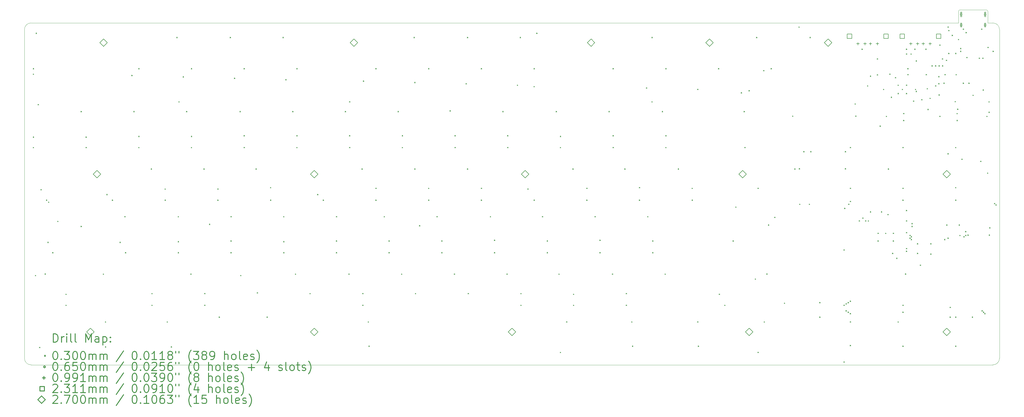
<source format=gbr>
%FSLAX45Y45*%
G04 Gerber Fmt 4.5, Leading zero omitted, Abs format (unit mm)*
G04 Created by KiCad (PCBNEW 5.1.10-88a1d61d58~90~ubuntu21.04.1) date 2021-09-24 17:07:21*
%MOMM*%
%LPD*%
G01*
G04 APERTURE LIST*
%TA.AperFunction,Profile*%
%ADD10C,0.050000*%
%TD*%
%ADD11C,0.200000*%
%ADD12C,0.300000*%
G04 APERTURE END LIST*
D10*
X32720000Y950000D02*
X27550000Y950000D01*
X33730000Y1420000D02*
G75*
G02*
X33780000Y1370000I0J-50000D01*
G01*
X32720000Y1370000D02*
G75*
G02*
X32770000Y1420000I50000J0D01*
G01*
X32720000Y1370000D02*
X32720000Y950000D01*
X32770000Y1420000D02*
X33250000Y1420000D01*
X33730000Y1420000D02*
X33250000Y1420000D01*
X33780000Y950000D02*
X33962500Y950000D01*
X33780000Y1370000D02*
X33780000Y950000D01*
X27550000Y950000D02*
X-475000Y950000D01*
X-950000Y712500D02*
G75*
G02*
X-712500Y950000I237500J0D01*
G01*
X-712500Y-11400000D02*
G75*
G02*
X-950000Y-11162500I0J237500D01*
G01*
X34200000Y-11162500D02*
G75*
G02*
X33962500Y-11400000I-237500J0D01*
G01*
X33962500Y950000D02*
G75*
G02*
X34200000Y712500I0J-237500D01*
G01*
X34200000Y475000D02*
X34200000Y712500D01*
X33962500Y-11400000D02*
X33725000Y-11400000D01*
X34200000Y-11162500D02*
X34200000Y-10925000D01*
X-950000Y-10925000D02*
X-950000Y-11162500D01*
X-475000Y-11400000D02*
X-712500Y-11400000D01*
X-475000Y950000D02*
X-712500Y950000D01*
X-950000Y475000D02*
X-950000Y712500D01*
X-950000Y475000D02*
X-950000Y-10925000D01*
X34200000Y-10925000D02*
X34200000Y475000D01*
X-475000Y-11400000D02*
X33725000Y-11400000D01*
D11*
X-640000Y-685000D02*
X-610000Y-715000D01*
X-610000Y-685000D02*
X-640000Y-715000D01*
X-640000Y-885000D02*
X-610000Y-915000D01*
X-610000Y-885000D02*
X-640000Y-915000D01*
X-640000Y-3160000D02*
X-610000Y-3190000D01*
X-610000Y-3160000D02*
X-640000Y-3190000D01*
X-640000Y-3535000D02*
X-610000Y-3565000D01*
X-610000Y-3535000D02*
X-640000Y-3565000D01*
X-565000Y-8160000D02*
X-535000Y-8190000D01*
X-535000Y-8160000D02*
X-565000Y-8190000D01*
X-540000Y590000D02*
X-510000Y560000D01*
X-510000Y590000D02*
X-540000Y560000D01*
X-465000Y-1985000D02*
X-435000Y-2015000D01*
X-435000Y-1985000D02*
X-465000Y-2015000D01*
X-415000Y-10760000D02*
X-385000Y-10790000D01*
X-385000Y-10760000D02*
X-415000Y-10790000D01*
X-365000Y-5060000D02*
X-335000Y-5090000D01*
X-335000Y-5060000D02*
X-365000Y-5090000D01*
X-217500Y-8102500D02*
X-187500Y-8132500D01*
X-187500Y-8102500D02*
X-217500Y-8132500D01*
X-165000Y-5435000D02*
X-135000Y-5465000D01*
X-135000Y-5435000D02*
X-165000Y-5465000D01*
X-115000Y-6960000D02*
X-85000Y-6990000D01*
X-85000Y-6960000D02*
X-115000Y-6990000D01*
X-90000Y-5510000D02*
X-60000Y-5540000D01*
X-60000Y-5510000D02*
X-90000Y-5540000D01*
X60000Y-7335000D02*
X90000Y-7365000D01*
X90000Y-7335000D02*
X60000Y-7365000D01*
X242500Y-6202500D02*
X272500Y-6232500D01*
X272500Y-6202500D02*
X242500Y-6232500D01*
X535000Y-8835000D02*
X565000Y-8865000D01*
X565000Y-8835000D02*
X535000Y-8865000D01*
X535000Y-9235000D02*
X565000Y-9265000D01*
X565000Y-9235000D02*
X535000Y-9265000D01*
X1085000Y-2235000D02*
X1115000Y-2265000D01*
X1115000Y-2235000D02*
X1085000Y-2265000D01*
X1085000Y-6385000D02*
X1115000Y-6415000D01*
X1115000Y-6385000D02*
X1085000Y-6415000D01*
X1260000Y-3160000D02*
X1290000Y-3190000D01*
X1290000Y-3160000D02*
X1260000Y-3190000D01*
X1260000Y-3535000D02*
X1290000Y-3565000D01*
X1290000Y-3535000D02*
X1260000Y-3565000D01*
X1885000Y-8110000D02*
X1915000Y-8140000D01*
X1915000Y-8110000D02*
X1885000Y-8140000D01*
X1960000Y-9835000D02*
X1990000Y-9865000D01*
X1990000Y-9835000D02*
X1960000Y-9865000D01*
X1960000Y-10735000D02*
X1990000Y-10765000D01*
X1990000Y-10735000D02*
X1960000Y-10765000D01*
X2010000Y-5235000D02*
X2040000Y-5265000D01*
X2040000Y-5235000D02*
X2010000Y-5265000D01*
X2210000Y-5435000D02*
X2240000Y-5465000D01*
X2240000Y-5435000D02*
X2210000Y-5465000D01*
X2485000Y-6960000D02*
X2515000Y-6990000D01*
X2515000Y-6960000D02*
X2485000Y-6990000D01*
X2660000Y-6035000D02*
X2690000Y-6065000D01*
X2690000Y-6035000D02*
X2660000Y-6065000D01*
X2685000Y-7335000D02*
X2715000Y-7365000D01*
X2715000Y-7335000D02*
X2685000Y-7365000D01*
X2910000Y-935000D02*
X2940000Y-965000D01*
X2940000Y-935000D02*
X2910000Y-965000D01*
X2985000Y-2235000D02*
X3015000Y-2265000D01*
X3015000Y-2235000D02*
X2985000Y-2265000D01*
X3160000Y-685000D02*
X3190000Y-715000D01*
X3190000Y-685000D02*
X3160000Y-715000D01*
X3160000Y-3135000D02*
X3190000Y-3165000D01*
X3190000Y-3135000D02*
X3160000Y-3165000D01*
X3160000Y-3535000D02*
X3190000Y-3565000D01*
X3190000Y-3535000D02*
X3160000Y-3565000D01*
X3610000Y-4310000D02*
X3640000Y-4340000D01*
X3640000Y-4310000D02*
X3610000Y-4340000D01*
X3635000Y-8810000D02*
X3665000Y-8840000D01*
X3665000Y-8810000D02*
X3635000Y-8840000D01*
X3635000Y-9235000D02*
X3665000Y-9265000D01*
X3665000Y-9235000D02*
X3635000Y-9265000D01*
X4110000Y-5035000D02*
X4140000Y-5065000D01*
X4140000Y-5035000D02*
X4110000Y-5065000D01*
X4110000Y-5435000D02*
X4140000Y-5465000D01*
X4140000Y-5435000D02*
X4110000Y-5465000D01*
X4185000Y-9835000D02*
X4215000Y-9865000D01*
X4215000Y-9835000D02*
X4185000Y-9865000D01*
X4335000Y-10735000D02*
X4365000Y-10765000D01*
X4365000Y-10735000D02*
X4335000Y-10765000D01*
X4535000Y440000D02*
X4565000Y410000D01*
X4565000Y440000D02*
X4535000Y410000D01*
X4585000Y-6035000D02*
X4615000Y-6065000D01*
X4615000Y-6035000D02*
X4585000Y-6065000D01*
X4585000Y-6935000D02*
X4615000Y-6965000D01*
X4615000Y-6935000D02*
X4585000Y-6965000D01*
X4585000Y-7335000D02*
X4615000Y-7365000D01*
X4615000Y-7335000D02*
X4585000Y-7365000D01*
X4610000Y-1885000D02*
X4640000Y-1915000D01*
X4640000Y-1885000D02*
X4610000Y-1915000D01*
X4760000Y-985000D02*
X4790000Y-1015000D01*
X4790000Y-985000D02*
X4760000Y-1015000D01*
X4885000Y-2235000D02*
X4915000Y-2265000D01*
X4915000Y-2235000D02*
X4885000Y-2265000D01*
X5035000Y-8110000D02*
X5065000Y-8140000D01*
X5065000Y-8110000D02*
X5035000Y-8140000D01*
X5060000Y-685000D02*
X5090000Y-715000D01*
X5090000Y-685000D02*
X5060000Y-715000D01*
X5060000Y-3135000D02*
X5090000Y-3165000D01*
X5090000Y-3135000D02*
X5060000Y-3165000D01*
X5060000Y-3535000D02*
X5090000Y-3565000D01*
X5090000Y-3535000D02*
X5060000Y-3565000D01*
X5510000Y-4310000D02*
X5540000Y-4340000D01*
X5540000Y-4310000D02*
X5510000Y-4340000D01*
X5535000Y-8810000D02*
X5565000Y-8840000D01*
X5565000Y-8810000D02*
X5535000Y-8840000D01*
X5535000Y-9235000D02*
X5565000Y-9265000D01*
X5565000Y-9235000D02*
X5535000Y-9265000D01*
X5710000Y-6310000D02*
X5740000Y-6340000D01*
X5740000Y-6310000D02*
X5710000Y-6340000D01*
X6010000Y-5035000D02*
X6040000Y-5065000D01*
X6040000Y-5035000D02*
X6010000Y-5065000D01*
X6010000Y-5435000D02*
X6040000Y-5465000D01*
X6040000Y-5435000D02*
X6010000Y-5465000D01*
X6060000Y-9660000D02*
X6090000Y-9690000D01*
X6090000Y-9660000D02*
X6060000Y-9690000D01*
X6460000Y440000D02*
X6490000Y410000D01*
X6490000Y440000D02*
X6460000Y410000D01*
X6485000Y-6035000D02*
X6515000Y-6065000D01*
X6515000Y-6035000D02*
X6485000Y-6065000D01*
X6485000Y-6910000D02*
X6515000Y-6940000D01*
X6515000Y-6910000D02*
X6485000Y-6940000D01*
X6485000Y-7335000D02*
X6515000Y-7365000D01*
X6515000Y-7335000D02*
X6485000Y-7365000D01*
X6610000Y-1035000D02*
X6640000Y-1065000D01*
X6640000Y-1035000D02*
X6610000Y-1065000D01*
X6810000Y-2235000D02*
X6840000Y-2265000D01*
X6840000Y-2235000D02*
X6810000Y-2265000D01*
X6835000Y-8160000D02*
X6865000Y-8190000D01*
X6865000Y-8160000D02*
X6835000Y-8190000D01*
X6960000Y-685000D02*
X6990000Y-715000D01*
X6990000Y-685000D02*
X6960000Y-715000D01*
X6960000Y-3110000D02*
X6990000Y-3140000D01*
X6990000Y-3110000D02*
X6960000Y-3140000D01*
X6960000Y-3535000D02*
X6990000Y-3565000D01*
X6990000Y-3535000D02*
X6960000Y-3565000D01*
X7385000Y-4310000D02*
X7415000Y-4340000D01*
X7415000Y-4310000D02*
X7385000Y-4340000D01*
X7435000Y-8785000D02*
X7465000Y-8815000D01*
X7465000Y-8785000D02*
X7435000Y-8815000D01*
X7785000Y-9660000D02*
X7815000Y-9690000D01*
X7815000Y-9660000D02*
X7785000Y-9690000D01*
X7910000Y-4985000D02*
X7940000Y-5015000D01*
X7940000Y-4985000D02*
X7910000Y-5015000D01*
X7910000Y-5435000D02*
X7940000Y-5465000D01*
X7940000Y-5435000D02*
X7910000Y-5465000D01*
X8360000Y440000D02*
X8390000Y410000D01*
X8390000Y440000D02*
X8360000Y410000D01*
X8385000Y-6035000D02*
X8415000Y-6065000D01*
X8415000Y-6035000D02*
X8385000Y-6065000D01*
X8385000Y-6935000D02*
X8415000Y-6965000D01*
X8415000Y-6935000D02*
X8385000Y-6965000D01*
X8385000Y-7335000D02*
X8415000Y-7365000D01*
X8415000Y-7335000D02*
X8385000Y-7365000D01*
X8460000Y-1085000D02*
X8490000Y-1115000D01*
X8490000Y-1085000D02*
X8460000Y-1115000D01*
X8710000Y-2235000D02*
X8740000Y-2265000D01*
X8740000Y-2235000D02*
X8710000Y-2265000D01*
X8810000Y-8110000D02*
X8840000Y-8140000D01*
X8840000Y-8110000D02*
X8810000Y-8140000D01*
X8860000Y-685000D02*
X8890000Y-715000D01*
X8890000Y-685000D02*
X8860000Y-715000D01*
X8860000Y-3110000D02*
X8890000Y-3140000D01*
X8890000Y-3110000D02*
X8860000Y-3140000D01*
X8860000Y-3535000D02*
X8890000Y-3565000D01*
X8890000Y-3535000D02*
X8860000Y-3565000D01*
X9335000Y-8810000D02*
X9365000Y-8840000D01*
X9365000Y-8810000D02*
X9335000Y-8840000D01*
X9610000Y-5235000D02*
X9640000Y-5265000D01*
X9640000Y-5235000D02*
X9610000Y-5265000D01*
X9810000Y-5435000D02*
X9840000Y-5465000D01*
X9840000Y-5435000D02*
X9810000Y-5465000D01*
X10285000Y-6035000D02*
X10315000Y-6065000D01*
X10315000Y-6035000D02*
X10285000Y-6065000D01*
X10285000Y-6910000D02*
X10315000Y-6940000D01*
X10315000Y-6910000D02*
X10285000Y-6940000D01*
X10285000Y-7335000D02*
X10315000Y-7365000D01*
X10315000Y-7335000D02*
X10285000Y-7365000D01*
X10610000Y-2235000D02*
X10640000Y-2265000D01*
X10640000Y-2235000D02*
X10610000Y-2265000D01*
X10735000Y-8110000D02*
X10765000Y-8140000D01*
X10765000Y-8110000D02*
X10735000Y-8140000D01*
X10760000Y-1885000D02*
X10790000Y-1915000D01*
X10790000Y-1885000D02*
X10760000Y-1915000D01*
X10760000Y-3110000D02*
X10790000Y-3140000D01*
X10790000Y-3110000D02*
X10760000Y-3140000D01*
X10760000Y-3535000D02*
X10790000Y-3565000D01*
X10790000Y-3535000D02*
X10760000Y-3565000D01*
X11210000Y-4310000D02*
X11240000Y-4340000D01*
X11240000Y-4310000D02*
X11210000Y-4340000D01*
X11235000Y-8810000D02*
X11265000Y-8840000D01*
X11265000Y-8810000D02*
X11235000Y-8840000D01*
X11235000Y-9235000D02*
X11265000Y-9265000D01*
X11265000Y-9235000D02*
X11235000Y-9265000D01*
X11260000Y-1135000D02*
X11290000Y-1165000D01*
X11290000Y-1135000D02*
X11260000Y-1165000D01*
X11435000Y-9835000D02*
X11465000Y-9865000D01*
X11465000Y-9835000D02*
X11435000Y-9865000D01*
X11460000Y-10710000D02*
X11490000Y-10740000D01*
X11490000Y-10710000D02*
X11460000Y-10740000D01*
X11710000Y-685000D02*
X11740000Y-715000D01*
X11740000Y-685000D02*
X11710000Y-715000D01*
X11710000Y-5010000D02*
X11740000Y-5040000D01*
X11740000Y-5010000D02*
X11710000Y-5040000D01*
X11710000Y-5435000D02*
X11740000Y-5465000D01*
X11740000Y-5435000D02*
X11710000Y-5465000D01*
X12010000Y-6035000D02*
X12040000Y-6065000D01*
X12040000Y-6035000D02*
X12010000Y-6065000D01*
X12185000Y-6910000D02*
X12215000Y-6940000D01*
X12215000Y-6910000D02*
X12185000Y-6940000D01*
X12185000Y-7335000D02*
X12215000Y-7365000D01*
X12215000Y-7335000D02*
X12185000Y-7365000D01*
X12510000Y-2235000D02*
X12540000Y-2265000D01*
X12540000Y-2235000D02*
X12510000Y-2265000D01*
X12635000Y-8110000D02*
X12665000Y-8140000D01*
X12665000Y-8110000D02*
X12635000Y-8140000D01*
X12660000Y-3110000D02*
X12690000Y-3140000D01*
X12690000Y-3110000D02*
X12660000Y-3140000D01*
X12660000Y-3535000D02*
X12690000Y-3565000D01*
X12690000Y-3535000D02*
X12660000Y-3565000D01*
X13085000Y440000D02*
X13115000Y410000D01*
X13115000Y440000D02*
X13085000Y410000D01*
X13110000Y-1185000D02*
X13140000Y-1215000D01*
X13140000Y-1185000D02*
X13110000Y-1215000D01*
X13110000Y-4310000D02*
X13140000Y-4340000D01*
X13140000Y-4310000D02*
X13110000Y-4340000D01*
X13135000Y-8810000D02*
X13165000Y-8840000D01*
X13165000Y-8810000D02*
X13135000Y-8840000D01*
X13285000Y-6360000D02*
X13315000Y-6390000D01*
X13315000Y-6360000D02*
X13285000Y-6390000D01*
X13610000Y-685000D02*
X13640000Y-715000D01*
X13640000Y-685000D02*
X13610000Y-715000D01*
X13610000Y-5010000D02*
X13640000Y-5040000D01*
X13640000Y-5010000D02*
X13610000Y-5040000D01*
X13610000Y-5435000D02*
X13640000Y-5465000D01*
X13640000Y-5435000D02*
X13610000Y-5465000D01*
X13910000Y-6035000D02*
X13940000Y-6065000D01*
X13940000Y-6035000D02*
X13910000Y-6065000D01*
X14085000Y-6910000D02*
X14115000Y-6940000D01*
X14115000Y-6910000D02*
X14085000Y-6940000D01*
X14085000Y-7335000D02*
X14115000Y-7365000D01*
X14115000Y-7335000D02*
X14085000Y-7365000D01*
X14385000Y-2210000D02*
X14415000Y-2240000D01*
X14415000Y-2210000D02*
X14385000Y-2240000D01*
X14535000Y-8110000D02*
X14565000Y-8140000D01*
X14565000Y-8110000D02*
X14535000Y-8140000D01*
X14560000Y-3110000D02*
X14590000Y-3140000D01*
X14590000Y-3110000D02*
X14560000Y-3140000D01*
X14560000Y-3535000D02*
X14590000Y-3565000D01*
X14590000Y-3535000D02*
X14560000Y-3565000D01*
X14960000Y-1235000D02*
X14990000Y-1265000D01*
X14990000Y-1235000D02*
X14960000Y-1265000D01*
X15010000Y440000D02*
X15040000Y410000D01*
X15040000Y440000D02*
X15010000Y410000D01*
X15010000Y-4310000D02*
X15040000Y-4340000D01*
X15040000Y-4310000D02*
X15010000Y-4340000D01*
X15035000Y-8810000D02*
X15065000Y-8840000D01*
X15065000Y-8810000D02*
X15035000Y-8840000D01*
X15510000Y-685000D02*
X15540000Y-715000D01*
X15540000Y-685000D02*
X15510000Y-715000D01*
X15510000Y-5010000D02*
X15540000Y-5040000D01*
X15540000Y-5010000D02*
X15510000Y-5040000D01*
X15510000Y-5435000D02*
X15540000Y-5465000D01*
X15540000Y-5435000D02*
X15510000Y-5465000D01*
X15835000Y-6035000D02*
X15865000Y-6065000D01*
X15865000Y-6035000D02*
X15835000Y-6065000D01*
X15985000Y-6885000D02*
X16015000Y-6915000D01*
X16015000Y-6885000D02*
X15985000Y-6915000D01*
X15985000Y-7335000D02*
X16015000Y-7365000D01*
X16015000Y-7335000D02*
X15985000Y-7365000D01*
X16285000Y-2235000D02*
X16315000Y-2265000D01*
X16315000Y-2235000D02*
X16285000Y-2265000D01*
X16435000Y-8110000D02*
X16465000Y-8140000D01*
X16465000Y-8110000D02*
X16435000Y-8140000D01*
X16460000Y-3110000D02*
X16490000Y-3140000D01*
X16490000Y-3110000D02*
X16460000Y-3140000D01*
X16460000Y-3535000D02*
X16490000Y-3565000D01*
X16490000Y-3535000D02*
X16460000Y-3565000D01*
X16810000Y-1285000D02*
X16840000Y-1315000D01*
X16840000Y-1285000D02*
X16810000Y-1315000D01*
X16910000Y440000D02*
X16940000Y410000D01*
X16940000Y440000D02*
X16910000Y410000D01*
X16935000Y-8810000D02*
X16965000Y-8840000D01*
X16965000Y-8810000D02*
X16935000Y-8840000D01*
X16935000Y-9235000D02*
X16965000Y-9265000D01*
X16965000Y-9235000D02*
X16935000Y-9265000D01*
X17185000Y-5035000D02*
X17215000Y-5065000D01*
X17215000Y-5035000D02*
X17185000Y-5065000D01*
X17410000Y-685000D02*
X17440000Y-715000D01*
X17440000Y-685000D02*
X17410000Y-715000D01*
X17410000Y-1335000D02*
X17440000Y-1365000D01*
X17440000Y-1335000D02*
X17410000Y-1365000D01*
X17410000Y-5435000D02*
X17440000Y-5465000D01*
X17440000Y-5435000D02*
X17410000Y-5465000D01*
X17510000Y590000D02*
X17540000Y560000D01*
X17540000Y590000D02*
X17510000Y560000D01*
X17710000Y-6035000D02*
X17740000Y-6065000D01*
X17740000Y-6035000D02*
X17710000Y-6065000D01*
X17885000Y-6910000D02*
X17915000Y-6940000D01*
X17915000Y-6910000D02*
X17885000Y-6940000D01*
X17885000Y-7335000D02*
X17915000Y-7365000D01*
X17915000Y-7335000D02*
X17885000Y-7365000D01*
X18210000Y-2235000D02*
X18240000Y-2265000D01*
X18240000Y-2235000D02*
X18210000Y-2265000D01*
X18310000Y-8110000D02*
X18340000Y-8140000D01*
X18340000Y-8110000D02*
X18310000Y-8140000D01*
X18360000Y-3135000D02*
X18390000Y-3165000D01*
X18390000Y-3135000D02*
X18360000Y-3165000D01*
X18360000Y-3535000D02*
X18390000Y-3565000D01*
X18390000Y-3535000D02*
X18360000Y-3565000D01*
X18360000Y-10935000D02*
X18390000Y-10965000D01*
X18390000Y-10935000D02*
X18360000Y-10965000D01*
X18585000Y-9835000D02*
X18615000Y-9865000D01*
X18615000Y-9835000D02*
X18585000Y-9865000D01*
X18810000Y-4310000D02*
X18840000Y-4340000D01*
X18840000Y-4310000D02*
X18810000Y-4340000D01*
X18835000Y-8835000D02*
X18865000Y-8865000D01*
X18865000Y-8835000D02*
X18835000Y-8865000D01*
X18835000Y-9235000D02*
X18865000Y-9265000D01*
X18865000Y-9235000D02*
X18835000Y-9265000D01*
X19310000Y-5010000D02*
X19340000Y-5040000D01*
X19340000Y-5010000D02*
X19310000Y-5040000D01*
X19310000Y-5435000D02*
X19340000Y-5465000D01*
X19340000Y-5435000D02*
X19310000Y-5465000D01*
X19610000Y-6035000D02*
X19640000Y-6065000D01*
X19640000Y-6035000D02*
X19610000Y-6065000D01*
X19785000Y-6885000D02*
X19815000Y-6915000D01*
X19815000Y-6885000D02*
X19785000Y-6915000D01*
X19785000Y-7335000D02*
X19815000Y-7365000D01*
X19815000Y-7335000D02*
X19785000Y-7365000D01*
X20110000Y-2235000D02*
X20140000Y-2265000D01*
X20140000Y-2235000D02*
X20110000Y-2265000D01*
X20235000Y-8110000D02*
X20265000Y-8140000D01*
X20265000Y-8110000D02*
X20235000Y-8140000D01*
X20260000Y-685000D02*
X20290000Y-715000D01*
X20290000Y-685000D02*
X20260000Y-715000D01*
X20260000Y-3110000D02*
X20290000Y-3140000D01*
X20290000Y-3110000D02*
X20260000Y-3140000D01*
X20260000Y-3535000D02*
X20290000Y-3565000D01*
X20290000Y-3535000D02*
X20260000Y-3565000D01*
X20685000Y-4310000D02*
X20715000Y-4340000D01*
X20715000Y-4310000D02*
X20685000Y-4340000D01*
X20735000Y-8810000D02*
X20765000Y-8840000D01*
X20765000Y-8810000D02*
X20735000Y-8840000D01*
X20735000Y-9235000D02*
X20765000Y-9265000D01*
X20765000Y-9235000D02*
X20735000Y-9265000D01*
X20935000Y-9835000D02*
X20965000Y-9865000D01*
X20965000Y-9835000D02*
X20935000Y-9865000D01*
X20960000Y-10710000D02*
X20990000Y-10740000D01*
X20990000Y-10710000D02*
X20960000Y-10740000D01*
X21210000Y-4985000D02*
X21240000Y-5015000D01*
X21240000Y-4985000D02*
X21210000Y-5015000D01*
X21210000Y-5435000D02*
X21240000Y-5465000D01*
X21240000Y-5435000D02*
X21210000Y-5465000D01*
X21460000Y-1385000D02*
X21490000Y-1415000D01*
X21490000Y-1385000D02*
X21460000Y-1415000D01*
X21510000Y-6035000D02*
X21540000Y-6065000D01*
X21540000Y-6035000D02*
X21510000Y-6065000D01*
X21660000Y440000D02*
X21690000Y410000D01*
X21690000Y440000D02*
X21660000Y410000D01*
X21660000Y-1885000D02*
X21690000Y-1915000D01*
X21690000Y-1885000D02*
X21660000Y-1915000D01*
X21685000Y-6910000D02*
X21715000Y-6940000D01*
X21715000Y-6910000D02*
X21685000Y-6940000D01*
X21685000Y-7335000D02*
X21715000Y-7365000D01*
X21715000Y-7335000D02*
X21685000Y-7365000D01*
X22035000Y-2235000D02*
X22065000Y-2265000D01*
X22065000Y-2235000D02*
X22035000Y-2265000D01*
X22135000Y-8110000D02*
X22165000Y-8140000D01*
X22165000Y-8110000D02*
X22135000Y-8140000D01*
X22160000Y-685000D02*
X22190000Y-715000D01*
X22190000Y-685000D02*
X22160000Y-715000D01*
X22160000Y-3110000D02*
X22190000Y-3140000D01*
X22190000Y-3110000D02*
X22160000Y-3140000D01*
X22160000Y-3535000D02*
X22190000Y-3565000D01*
X22190000Y-3535000D02*
X22160000Y-3565000D01*
X22610000Y-4310000D02*
X22640000Y-4340000D01*
X22640000Y-4310000D02*
X22610000Y-4340000D01*
X23110000Y-5010000D02*
X23140000Y-5040000D01*
X23140000Y-5010000D02*
X23110000Y-5040000D01*
X23110000Y-5435000D02*
X23140000Y-5465000D01*
X23140000Y-5435000D02*
X23110000Y-5465000D01*
X23310000Y-1435000D02*
X23340000Y-1465000D01*
X23340000Y-1435000D02*
X23310000Y-1465000D01*
X23310000Y-9835000D02*
X23340000Y-9865000D01*
X23340000Y-9835000D02*
X23310000Y-9865000D01*
X23335000Y-10710000D02*
X23365000Y-10740000D01*
X23365000Y-10710000D02*
X23335000Y-10740000D01*
X24060000Y-685000D02*
X24090000Y-715000D01*
X24090000Y-685000D02*
X24060000Y-715000D01*
X24085000Y-8835000D02*
X24115000Y-8865000D01*
X24115000Y-8835000D02*
X24085000Y-8865000D01*
X24285000Y-9235000D02*
X24315000Y-9265000D01*
X24315000Y-9235000D02*
X24285000Y-9265000D01*
X24585000Y-6910000D02*
X24615000Y-6940000D01*
X24615000Y-6910000D02*
X24585000Y-6940000D01*
X24685000Y-5685000D02*
X24715000Y-5715000D01*
X24715000Y-5685000D02*
X24685000Y-5715000D01*
X24885000Y-1560000D02*
X24915000Y-1590000D01*
X24915000Y-1560000D02*
X24885000Y-1590000D01*
X24985000Y-2235000D02*
X25015000Y-2265000D01*
X25015000Y-2235000D02*
X24985000Y-2265000D01*
X25010000Y-3535000D02*
X25040000Y-3565000D01*
X25040000Y-3535000D02*
X25010000Y-3565000D01*
X25160000Y-1485000D02*
X25190000Y-1515000D01*
X25190000Y-1485000D02*
X25160000Y-1515000D01*
X25385000Y-8285000D02*
X25415000Y-8315000D01*
X25415000Y-8285000D02*
X25385000Y-8315000D01*
X25435000Y440000D02*
X25465000Y410000D01*
X25465000Y440000D02*
X25435000Y410000D01*
X25485000Y-5010000D02*
X25515000Y-5040000D01*
X25515000Y-5010000D02*
X25485000Y-5040000D01*
X25485000Y-10935000D02*
X25515000Y-10965000D01*
X25515000Y-10935000D02*
X25485000Y-10965000D01*
X25685000Y-760000D02*
X25715000Y-790000D01*
X25715000Y-760000D02*
X25685000Y-790000D01*
X25710000Y-9835000D02*
X25740000Y-9865000D01*
X25740000Y-9835000D02*
X25710000Y-9865000D01*
X25802000Y-8102000D02*
X25832000Y-8132000D01*
X25832000Y-8102000D02*
X25802000Y-8132000D01*
X25860000Y-6335000D02*
X25890000Y-6365000D01*
X25890000Y-6335000D02*
X25860000Y-6365000D01*
X25960000Y-685000D02*
X25990000Y-715000D01*
X25990000Y-685000D02*
X25960000Y-715000D01*
X26085000Y-6060000D02*
X26115000Y-6090000D01*
X26115000Y-6060000D02*
X26085000Y-6090000D01*
X26435000Y-9160000D02*
X26465000Y-9190000D01*
X26465000Y-9160000D02*
X26435000Y-9190000D01*
X26732500Y-2402500D02*
X26762500Y-2432500D01*
X26762500Y-2402500D02*
X26732500Y-2432500D01*
X26810000Y-4310000D02*
X26840000Y-4340000D01*
X26840000Y-4310000D02*
X26810000Y-4340000D01*
X26960000Y815000D02*
X26990000Y785000D01*
X26990000Y815000D02*
X26960000Y785000D01*
X26975000Y-4302500D02*
X27005000Y-4332500D01*
X27005000Y-4302500D02*
X26975000Y-4332500D01*
X26985000Y-5585000D02*
X27015000Y-5615000D01*
X27015000Y-5585000D02*
X26985000Y-5615000D01*
X27135000Y-3685000D02*
X27165000Y-3715000D01*
X27165000Y-3685000D02*
X27135000Y-3715000D01*
X27335000Y-5585000D02*
X27365000Y-5615000D01*
X27365000Y-5585000D02*
X27335000Y-5615000D01*
X27360000Y440000D02*
X27390000Y410000D01*
X27390000Y440000D02*
X27360000Y410000D01*
X27385000Y-3685000D02*
X27415000Y-3715000D01*
X27415000Y-3685000D02*
X27385000Y-3715000D01*
X27710000Y-9135000D02*
X27740000Y-9165000D01*
X27740000Y-9135000D02*
X27710000Y-9165000D01*
X27710000Y-9660000D02*
X27740000Y-9690000D01*
X27740000Y-9660000D02*
X27710000Y-9690000D01*
X28585000Y-7235000D02*
X28615000Y-7265000D01*
X28615000Y-7235000D02*
X28585000Y-7265000D01*
X28585000Y-9235000D02*
X28615000Y-9265000D01*
X28615000Y-9235000D02*
X28585000Y-9265000D01*
X28585000Y-11285000D02*
X28615000Y-11315000D01*
X28615000Y-11285000D02*
X28585000Y-11315000D01*
X28610000Y-5735000D02*
X28640000Y-5765000D01*
X28640000Y-5735000D02*
X28610000Y-5765000D01*
X28632500Y-4302500D02*
X28662500Y-4332500D01*
X28662500Y-4302500D02*
X28632500Y-4332500D01*
X28635000Y-3685000D02*
X28665000Y-3715000D01*
X28665000Y-3685000D02*
X28635000Y-3715000D01*
X28660000Y-9185000D02*
X28690000Y-9215000D01*
X28690000Y-9185000D02*
X28660000Y-9215000D01*
X28660000Y-9435000D02*
X28690000Y-9465000D01*
X28690000Y-9435000D02*
X28660000Y-9465000D01*
X28735000Y-9135000D02*
X28765000Y-9165000D01*
X28765000Y-9135000D02*
X28735000Y-9165000D01*
X28735000Y-9485000D02*
X28765000Y-9515000D01*
X28765000Y-9485000D02*
X28735000Y-9515000D01*
X28750000Y-5585000D02*
X28780000Y-5615000D01*
X28780000Y-5585000D02*
X28750000Y-5615000D01*
X28810000Y-3535000D02*
X28840000Y-3565000D01*
X28840000Y-3535000D02*
X28810000Y-3565000D01*
X28810000Y-5010000D02*
X28840000Y-5040000D01*
X28840000Y-5010000D02*
X28810000Y-5040000D01*
X28810000Y-5485000D02*
X28840000Y-5515000D01*
X28840000Y-5485000D02*
X28810000Y-5515000D01*
X28810000Y-9085000D02*
X28840000Y-9115000D01*
X28840000Y-9085000D02*
X28810000Y-9115000D01*
X28810000Y-9535000D02*
X28840000Y-9565000D01*
X28840000Y-9535000D02*
X28810000Y-9565000D01*
X28810000Y-9835000D02*
X28840000Y-9865000D01*
X28840000Y-9835000D02*
X28810000Y-9865000D01*
X28810000Y-10685000D02*
X28840000Y-10715000D01*
X28840000Y-10685000D02*
X28810000Y-10715000D01*
X28985000Y-1960000D02*
X29015000Y-1990000D01*
X29015000Y-1960000D02*
X28985000Y-1990000D01*
X29005000Y-2402500D02*
X29035000Y-2432500D01*
X29035000Y-2402500D02*
X29005000Y-2432500D01*
X29135000Y-6185000D02*
X29165000Y-6215000D01*
X29165000Y-6185000D02*
X29135000Y-6215000D01*
X29235000Y15000D02*
X29265000Y-15000D01*
X29265000Y15000D02*
X29235000Y-15000D01*
X29260000Y-6085000D02*
X29290000Y-6115000D01*
X29290000Y-6085000D02*
X29260000Y-6115000D01*
X29360000Y-6185000D02*
X29390000Y-6215000D01*
X29390000Y-6185000D02*
X29360000Y-6215000D01*
X29435000Y-1310000D02*
X29465000Y-1340000D01*
X29465000Y-1310000D02*
X29435000Y-1340000D01*
X29460000Y-6185000D02*
X29490000Y-6215000D01*
X29490000Y-6185000D02*
X29460000Y-6215000D01*
X29535000Y-960000D02*
X29565000Y-990000D01*
X29565000Y-960000D02*
X29535000Y-990000D01*
X29535000Y-5860000D02*
X29565000Y-5890000D01*
X29565000Y-5860000D02*
X29535000Y-5890000D01*
X29785000Y-335000D02*
X29815000Y-365000D01*
X29815000Y-335000D02*
X29785000Y-365000D01*
X29785000Y-910000D02*
X29815000Y-940000D01*
X29815000Y-910000D02*
X29785000Y-940000D01*
X29810000Y-6635000D02*
X29840000Y-6665000D01*
X29840000Y-6635000D02*
X29810000Y-6665000D01*
X29810000Y-6910000D02*
X29840000Y-6940000D01*
X29840000Y-6910000D02*
X29810000Y-6940000D01*
X29885000Y-2760000D02*
X29915000Y-2790000D01*
X29915000Y-2760000D02*
X29885000Y-2790000D01*
X29935000Y-5860000D02*
X29965000Y-5890000D01*
X29965000Y-5860000D02*
X29935000Y-5890000D01*
X30010000Y-1435000D02*
X30040000Y-1465000D01*
X30040000Y-1435000D02*
X30010000Y-1465000D01*
X30085000Y-6635000D02*
X30115000Y-6665000D01*
X30115000Y-6635000D02*
X30085000Y-6665000D01*
X30110000Y-2410000D02*
X30140000Y-2440000D01*
X30140000Y-2410000D02*
X30110000Y-2440000D01*
X30164000Y-5956000D02*
X30194000Y-5986000D01*
X30194000Y-5956000D02*
X30164000Y-5986000D01*
X30185000Y-4310000D02*
X30215000Y-4340000D01*
X30215000Y-4310000D02*
X30185000Y-4340000D01*
X30235000Y-885000D02*
X30265000Y-915000D01*
X30265000Y-885000D02*
X30235000Y-915000D01*
X30290520Y-1719480D02*
X30320520Y-1749480D01*
X30320520Y-1719480D02*
X30290520Y-1749480D01*
X30335000Y-7360000D02*
X30365000Y-7390000D01*
X30365000Y-7360000D02*
X30335000Y-7390000D01*
X30360000Y-6635000D02*
X30390000Y-6665000D01*
X30390000Y-6635000D02*
X30360000Y-6665000D01*
X30360000Y-6910000D02*
X30390000Y-6940000D01*
X30390000Y-6910000D02*
X30360000Y-6940000D01*
X30437500Y-1012500D02*
X30467500Y-1042500D01*
X30467500Y-1012500D02*
X30437500Y-1042500D01*
X30485000Y-7535000D02*
X30515000Y-7565000D01*
X30515000Y-7535000D02*
X30485000Y-7565000D01*
X30535000Y-1285000D02*
X30565000Y-1315000D01*
X30565000Y-1285000D02*
X30535000Y-1315000D01*
X30535000Y-1585000D02*
X30565000Y-1615000D01*
X30565000Y-1585000D02*
X30535000Y-1615000D01*
X30535000Y-9835000D02*
X30565000Y-9865000D01*
X30565000Y-9835000D02*
X30535000Y-9865000D01*
X30685000Y-1435000D02*
X30715000Y-1465000D01*
X30715000Y-1435000D02*
X30685000Y-1465000D01*
X30710000Y-3535000D02*
X30740000Y-3565000D01*
X30740000Y-3535000D02*
X30710000Y-3565000D01*
X30710000Y-5010000D02*
X30740000Y-5040000D01*
X30740000Y-5010000D02*
X30710000Y-5040000D01*
X30710000Y-5435000D02*
X30740000Y-5465000D01*
X30740000Y-5435000D02*
X30710000Y-5465000D01*
X30710000Y-9235000D02*
X30740000Y-9265000D01*
X30740000Y-9235000D02*
X30710000Y-9265000D01*
X30710000Y-9485000D02*
X30740000Y-9515000D01*
X30740000Y-9485000D02*
X30710000Y-9515000D01*
X30710000Y-10710000D02*
X30740000Y-10740000D01*
X30740000Y-10710000D02*
X30710000Y-10740000D01*
X30735000Y-2310000D02*
X30765000Y-2340000D01*
X30765000Y-2310000D02*
X30735000Y-2340000D01*
X30735000Y-2560000D02*
X30765000Y-2590000D01*
X30765000Y-2560000D02*
X30735000Y-2590000D01*
X30802000Y-8102000D02*
X30832000Y-8132000D01*
X30832000Y-8102000D02*
X30802000Y-8132000D01*
X30835000Y15000D02*
X30865000Y-15000D01*
X30865000Y15000D02*
X30835000Y-15000D01*
X30835000Y-160000D02*
X30865000Y-190000D01*
X30865000Y-160000D02*
X30835000Y-190000D01*
X30835000Y-1285000D02*
X30865000Y-1315000D01*
X30865000Y-1285000D02*
X30835000Y-1315000D01*
X30835000Y-1585000D02*
X30865000Y-1615000D01*
X30865000Y-1585000D02*
X30835000Y-1615000D01*
X30835000Y-5810000D02*
X30865000Y-5840000D01*
X30865000Y-5810000D02*
X30835000Y-5840000D01*
X30835000Y-6185000D02*
X30865000Y-6215000D01*
X30865000Y-6185000D02*
X30835000Y-6215000D01*
X30835000Y-6610000D02*
X30865000Y-6640000D01*
X30865000Y-6610000D02*
X30835000Y-6640000D01*
X30835000Y-7185000D02*
X30865000Y-7215000D01*
X30865000Y-7185000D02*
X30835000Y-7215000D01*
X30835000Y-7285000D02*
X30865000Y-7315000D01*
X30865000Y-7285000D02*
X30835000Y-7315000D01*
X30885000Y-685000D02*
X30915000Y-715000D01*
X30915000Y-685000D02*
X30885000Y-715000D01*
X30885000Y-905000D02*
X30915000Y-935000D01*
X30915000Y-905000D02*
X30885000Y-935000D01*
X30960000Y-6710000D02*
X30990000Y-6740000D01*
X30990000Y-6710000D02*
X30960000Y-6740000D01*
X30960000Y-6810000D02*
X30990000Y-6840000D01*
X30990000Y-6810000D02*
X30960000Y-6840000D01*
X31000000Y-160000D02*
X31030000Y-190000D01*
X31030000Y-160000D02*
X31000000Y-190000D01*
X31010000Y-6760000D02*
X31040000Y-6790000D01*
X31040000Y-6760000D02*
X31010000Y-6790000D01*
X31010000Y-6860000D02*
X31040000Y-6890000D01*
X31040000Y-6860000D02*
X31010000Y-6890000D01*
X31035000Y-6285000D02*
X31065000Y-6315000D01*
X31065000Y-6285000D02*
X31035000Y-6315000D01*
X31035000Y-6385000D02*
X31065000Y-6415000D01*
X31065000Y-6385000D02*
X31035000Y-6415000D01*
X31090000Y-1860000D02*
X31120000Y-1890000D01*
X31120000Y-1860000D02*
X31090000Y-1890000D01*
X31135000Y15000D02*
X31165000Y-15000D01*
X31165000Y15000D02*
X31135000Y-15000D01*
X31160000Y-1435000D02*
X31190000Y-1465000D01*
X31190000Y-1435000D02*
X31160000Y-1465000D01*
X31185000Y-410000D02*
X31215000Y-440000D01*
X31215000Y-410000D02*
X31185000Y-440000D01*
X31185000Y-1510000D02*
X31215000Y-1540000D01*
X31215000Y-1510000D02*
X31185000Y-1540000D01*
X31235000Y-7010000D02*
X31265000Y-7040000D01*
X31265000Y-7010000D02*
X31235000Y-7040000D01*
X31235000Y-7360000D02*
X31265000Y-7390000D01*
X31265000Y-7360000D02*
X31235000Y-7390000D01*
X31335000Y-7785000D02*
X31365000Y-7815000D01*
X31365000Y-7785000D02*
X31335000Y-7815000D01*
X31385000Y-1810000D02*
X31415000Y-1840000D01*
X31415000Y-1810000D02*
X31385000Y-1840000D01*
X31535000Y15000D02*
X31565000Y-15000D01*
X31565000Y15000D02*
X31535000Y-15000D01*
X31545000Y-905000D02*
X31575000Y-935000D01*
X31575000Y-905000D02*
X31545000Y-935000D01*
X31585000Y-1410000D02*
X31615000Y-1440000D01*
X31615000Y-1410000D02*
X31585000Y-1440000D01*
X31610000Y-2160000D02*
X31640000Y-2190000D01*
X31640000Y-2160000D02*
X31610000Y-2190000D01*
X31685000Y-1760000D02*
X31715000Y-1790000D01*
X31715000Y-1760000D02*
X31685000Y-1790000D01*
X31710000Y-7010000D02*
X31740000Y-7040000D01*
X31740000Y-7010000D02*
X31710000Y-7040000D01*
X31710000Y-7385000D02*
X31740000Y-7415000D01*
X31740000Y-7385000D02*
X31710000Y-7415000D01*
X31760000Y-585000D02*
X31790000Y-615000D01*
X31790000Y-585000D02*
X31760000Y-615000D01*
X31885000Y-585000D02*
X31915000Y-615000D01*
X31915000Y-585000D02*
X31885000Y-615000D01*
X31886000Y-1309000D02*
X31916000Y-1339000D01*
X31916000Y-1309000D02*
X31886000Y-1339000D01*
X32000000Y-975000D02*
X32030000Y-1005000D01*
X32030000Y-975000D02*
X32000000Y-1005000D01*
X32000000Y-1230000D02*
X32030000Y-1260000D01*
X32030000Y-1230000D02*
X32000000Y-1260000D01*
X32010000Y-585000D02*
X32040000Y-615000D01*
X32040000Y-585000D02*
X32010000Y-615000D01*
X32010000Y-1635000D02*
X32040000Y-1665000D01*
X32040000Y-1635000D02*
X32010000Y-1665000D01*
X32035000Y165000D02*
X32065000Y135000D01*
X32065000Y165000D02*
X32035000Y135000D01*
X32035000Y-2410000D02*
X32065000Y-2440000D01*
X32065000Y-2410000D02*
X32035000Y-2440000D01*
X32130000Y-335000D02*
X32160000Y-365000D01*
X32160000Y-335000D02*
X32130000Y-365000D01*
X32135000Y-585000D02*
X32165000Y-615000D01*
X32165000Y-585000D02*
X32135000Y-615000D01*
X32185000Y-1210000D02*
X32215000Y-1240000D01*
X32215000Y-1210000D02*
X32185000Y-1240000D01*
X32210000Y-6860000D02*
X32240000Y-6890000D01*
X32240000Y-6860000D02*
X32210000Y-6890000D01*
X32225000Y-905000D02*
X32255000Y-935000D01*
X32255000Y-905000D02*
X32225000Y-935000D01*
X32275000Y-387000D02*
X32305000Y-417000D01*
X32305000Y-387000D02*
X32275000Y-417000D01*
X32285000Y-6335000D02*
X32315000Y-6365000D01*
X32315000Y-6335000D02*
X32285000Y-6365000D01*
X32335000Y815000D02*
X32365000Y785000D01*
X32365000Y815000D02*
X32335000Y785000D01*
X32335000Y-3760000D02*
X32365000Y-3790000D01*
X32365000Y-3760000D02*
X32335000Y-3790000D01*
X32335000Y-6810000D02*
X32365000Y-6840000D01*
X32365000Y-6810000D02*
X32335000Y-6840000D01*
X32360000Y690000D02*
X32390000Y660000D01*
X32390000Y690000D02*
X32360000Y660000D01*
X32360000Y-135000D02*
X32390000Y-165000D01*
X32390000Y-135000D02*
X32360000Y-165000D01*
X32410000Y-9310000D02*
X32440000Y-9340000D01*
X32440000Y-9310000D02*
X32410000Y-9340000D01*
X32410000Y-9660000D02*
X32440000Y-9690000D01*
X32440000Y-9660000D02*
X32410000Y-9690000D01*
X32485000Y515000D02*
X32515000Y485000D01*
X32515000Y515000D02*
X32485000Y485000D01*
X32590000Y-1875000D02*
X32620000Y-1905000D01*
X32620000Y-1875000D02*
X32590000Y-1905000D01*
X32610000Y-135000D02*
X32640000Y-165000D01*
X32640000Y-135000D02*
X32610000Y-165000D01*
X32610000Y-3535000D02*
X32640000Y-3565000D01*
X32640000Y-3535000D02*
X32610000Y-3565000D01*
X32610000Y-4985000D02*
X32640000Y-5015000D01*
X32640000Y-4985000D02*
X32610000Y-5015000D01*
X32610000Y-5435000D02*
X32640000Y-5465000D01*
X32640000Y-5435000D02*
X32610000Y-5465000D01*
X32610000Y-9660000D02*
X32640000Y-9690000D01*
X32640000Y-9660000D02*
X32610000Y-9690000D01*
X32610000Y-10710000D02*
X32640000Y-10740000D01*
X32640000Y-10710000D02*
X32610000Y-10740000D01*
X32625000Y-905000D02*
X32655000Y-935000D01*
X32655000Y-905000D02*
X32625000Y-935000D01*
X32660000Y-2310000D02*
X32690000Y-2340000D01*
X32690000Y-2310000D02*
X32660000Y-2340000D01*
X32660000Y-2560000D02*
X32690000Y-2590000D01*
X32690000Y-2560000D02*
X32660000Y-2590000D01*
X32680000Y-2150000D02*
X32710000Y-2180000D01*
X32710000Y-2150000D02*
X32680000Y-2180000D01*
X32710000Y365000D02*
X32740000Y335000D01*
X32740000Y365000D02*
X32710000Y335000D01*
X32735000Y-6335000D02*
X32765000Y-6365000D01*
X32765000Y-6335000D02*
X32735000Y-6365000D01*
X32760000Y-6710000D02*
X32790000Y-6740000D01*
X32790000Y-6710000D02*
X32760000Y-6740000D01*
X32785000Y40000D02*
X32815000Y10000D01*
X32815000Y40000D02*
X32785000Y10000D01*
X32785000Y-60000D02*
X32815000Y-90000D01*
X32815000Y-60000D02*
X32785000Y-90000D01*
X32835000Y-3960000D02*
X32865000Y-3990000D01*
X32865000Y-3960000D02*
X32835000Y-3990000D01*
X32885000Y740000D02*
X32915000Y710000D01*
X32915000Y740000D02*
X32885000Y710000D01*
X32885000Y-1210000D02*
X32915000Y-1240000D01*
X32915000Y-1210000D02*
X32885000Y-1240000D01*
X32905000Y-6760000D02*
X32935000Y-6790000D01*
X32935000Y-6760000D02*
X32905000Y-6790000D01*
X32970000Y-6570000D02*
X33000000Y-6600000D01*
X33000000Y-6570000D02*
X32970000Y-6600000D01*
X32970000Y-6710000D02*
X33000000Y-6740000D01*
X33000000Y-6710000D02*
X32970000Y-6740000D01*
X32985000Y615000D02*
X33015000Y585000D01*
X33015000Y615000D02*
X32985000Y585000D01*
X33010000Y-285000D02*
X33040000Y-315000D01*
X33040000Y-285000D02*
X33010000Y-315000D01*
X33055000Y-6700000D02*
X33085000Y-6730000D01*
X33085000Y-6700000D02*
X33055000Y-6730000D01*
X33085000Y-1210000D02*
X33115000Y-1240000D01*
X33115000Y-1210000D02*
X33085000Y-1240000D01*
X33210000Y-9660000D02*
X33240000Y-9690000D01*
X33240000Y-9660000D02*
X33210000Y-9690000D01*
X33235000Y-1650000D02*
X33265000Y-1680000D01*
X33265000Y-1650000D02*
X33235000Y-1680000D01*
X33460000Y-310000D02*
X33490000Y-340000D01*
X33490000Y-310000D02*
X33460000Y-340000D01*
X33510000Y-4035000D02*
X33540000Y-4065000D01*
X33540000Y-4035000D02*
X33510000Y-4065000D01*
X33545000Y740000D02*
X33575000Y710000D01*
X33575000Y740000D02*
X33545000Y710000D01*
X33560000Y-9435000D02*
X33590000Y-9465000D01*
X33590000Y-9435000D02*
X33560000Y-9465000D01*
X33585000Y-310000D02*
X33615000Y-340000D01*
X33615000Y-310000D02*
X33585000Y-340000D01*
X33600000Y-1460000D02*
X33630000Y-1490000D01*
X33630000Y-1460000D02*
X33600000Y-1490000D01*
X33610000Y-9485000D02*
X33640000Y-9515000D01*
X33640000Y-9485000D02*
X33610000Y-9515000D01*
X33660000Y-9535000D02*
X33690000Y-9565000D01*
X33690000Y-9535000D02*
X33660000Y-9565000D01*
X33735000Y-2410000D02*
X33765000Y-2440000D01*
X33765000Y-2410000D02*
X33735000Y-2440000D01*
X33760000Y-4460000D02*
X33790000Y-4490000D01*
X33790000Y-4460000D02*
X33760000Y-4490000D01*
X33775000Y80000D02*
X33805000Y50000D01*
X33805000Y80000D02*
X33775000Y50000D01*
X33810000Y-1885000D02*
X33840000Y-1915000D01*
X33840000Y-1885000D02*
X33810000Y-1915000D01*
X33810000Y-2260000D02*
X33840000Y-2290000D01*
X33840000Y-2260000D02*
X33810000Y-2290000D01*
X33820000Y-6700000D02*
X33850000Y-6730000D01*
X33850000Y-6700000D02*
X33820000Y-6730000D01*
X33835000Y-6435000D02*
X33865000Y-6465000D01*
X33865000Y-6435000D02*
X33835000Y-6465000D01*
X33960000Y-60000D02*
X33990000Y-90000D01*
X33990000Y-60000D02*
X33960000Y-90000D01*
X34010000Y-5560000D02*
X34040000Y-5590000D01*
X34040000Y-5560000D02*
X34010000Y-5590000D01*
X34060000Y-5610000D02*
X34090000Y-5640000D01*
X34090000Y-5610000D02*
X34060000Y-5640000D01*
X32850500Y1257500D02*
G75*
G03*
X32850500Y1257500I-32500J0D01*
G01*
X32795500Y1322500D02*
X32795500Y1192500D01*
X32840500Y1322500D02*
X32840500Y1192500D01*
X32795500Y1192500D02*
G75*
G03*
X32840500Y1192500I22500J0D01*
G01*
X32840500Y1322500D02*
G75*
G03*
X32795500Y1322500I-22500J0D01*
G01*
X32850500Y875000D02*
G75*
G03*
X32850500Y875000I-32500J0D01*
G01*
X32795500Y925000D02*
X32795500Y825000D01*
X32840500Y925000D02*
X32840500Y825000D01*
X32795500Y825000D02*
G75*
G03*
X32840500Y825000I22500J0D01*
G01*
X32840500Y925000D02*
G75*
G03*
X32795500Y925000I-22500J0D01*
G01*
X33714500Y1257500D02*
G75*
G03*
X33714500Y1257500I-32500J0D01*
G01*
X33659500Y1322500D02*
X33659500Y1192500D01*
X33704500Y1322500D02*
X33704500Y1192500D01*
X33659500Y1192500D02*
G75*
G03*
X33704500Y1192500I22500J0D01*
G01*
X33704500Y1322500D02*
G75*
G03*
X33659500Y1322500I-22500J0D01*
G01*
X33714500Y875000D02*
G75*
G03*
X33714500Y875000I-32500J0D01*
G01*
X33659500Y925000D02*
X33659500Y825000D01*
X33704500Y925000D02*
X33704500Y825000D01*
X33659500Y825000D02*
G75*
G03*
X33704500Y825000I22500J0D01*
G01*
X33704500Y925000D02*
G75*
G03*
X33659500Y925000I-22500J0D01*
G01*
X29100000Y249530D02*
X29100000Y150470D01*
X29050470Y200000D02*
X29149530Y200000D01*
X29350000Y249530D02*
X29350000Y150470D01*
X29300470Y200000D02*
X29399530Y200000D01*
X29550000Y249530D02*
X29550000Y150470D01*
X29500470Y200000D02*
X29599530Y200000D01*
X29800000Y249530D02*
X29800000Y150470D01*
X29750470Y200000D02*
X29849530Y200000D01*
X31000000Y249530D02*
X31000000Y150470D01*
X30950470Y200000D02*
X31049530Y200000D01*
X31250000Y249530D02*
X31250000Y150470D01*
X31200470Y200000D02*
X31299530Y200000D01*
X31450000Y249530D02*
X31450000Y150470D01*
X31400470Y200000D02*
X31499530Y200000D01*
X31700000Y249530D02*
X31700000Y150470D01*
X31650470Y200000D02*
X31749530Y200000D01*
X28874721Y389279D02*
X28874721Y552721D01*
X28711279Y552721D01*
X28711279Y389279D01*
X28874721Y389279D01*
X30188721Y389279D02*
X30188721Y552721D01*
X30025279Y552721D01*
X30025279Y389279D01*
X30188721Y389279D01*
X30774721Y389279D02*
X30774721Y552721D01*
X30611279Y552721D01*
X30611279Y389279D01*
X30774721Y389279D01*
X32088721Y389279D02*
X32088721Y552721D01*
X31925279Y552721D01*
X31925279Y389279D01*
X32088721Y389279D01*
X1425000Y-10347500D02*
X1560000Y-10212500D01*
X1425000Y-10077500D01*
X1290000Y-10212500D01*
X1425000Y-10347500D01*
X1662500Y-4647500D02*
X1797500Y-4512500D01*
X1662500Y-4377500D01*
X1527500Y-4512500D01*
X1662500Y-4647500D01*
X1900000Y102500D02*
X2035000Y237500D01*
X1900000Y372500D01*
X1765000Y237500D01*
X1900000Y102500D01*
X9500000Y-4647500D02*
X9635000Y-4512500D01*
X9500000Y-4377500D01*
X9365000Y-4512500D01*
X9500000Y-4647500D01*
X9500000Y-10347500D02*
X9635000Y-10212500D01*
X9500000Y-10077500D01*
X9365000Y-10212500D01*
X9500000Y-10347500D01*
X10925000Y102500D02*
X11060000Y237500D01*
X10925000Y372500D01*
X10790000Y237500D01*
X10925000Y102500D01*
X16625000Y-10347500D02*
X16760000Y-10212500D01*
X16625000Y-10077500D01*
X16490000Y-10212500D01*
X16625000Y-10347500D01*
X17100000Y-4647500D02*
X17235000Y-4512500D01*
X17100000Y-4377500D01*
X16965000Y-4512500D01*
X17100000Y-4647500D01*
X19475000Y102500D02*
X19610000Y237500D01*
X19475000Y372500D01*
X19340000Y237500D01*
X19475000Y102500D01*
X23750000Y102500D02*
X23885000Y237500D01*
X23750000Y372500D01*
X23615000Y237500D01*
X23750000Y102500D01*
X24937500Y-4647500D02*
X25072500Y-4512500D01*
X24937500Y-4377500D01*
X24802500Y-4512500D01*
X24937500Y-4647500D01*
X25175000Y-10347500D02*
X25310000Y-10212500D01*
X25175000Y-10077500D01*
X25040000Y-10212500D01*
X25175000Y-10347500D01*
X28025000Y102500D02*
X28160000Y237500D01*
X28025000Y372500D01*
X27890000Y237500D01*
X28025000Y102500D01*
X32300000Y-4647500D02*
X32435000Y-4512500D01*
X32300000Y-4377500D01*
X32165000Y-4512500D01*
X32300000Y-4647500D01*
X32300000Y-10347500D02*
X32435000Y-10212500D01*
X32300000Y-10077500D01*
X32165000Y-10212500D01*
X32300000Y-10347500D01*
D12*
X90428Y-10581714D02*
X90428Y-10281714D01*
X161857Y-10281714D01*
X204714Y-10296000D01*
X233286Y-10324572D01*
X247571Y-10353143D01*
X261857Y-10410286D01*
X261857Y-10453143D01*
X247571Y-10510286D01*
X233286Y-10538857D01*
X204714Y-10567429D01*
X161857Y-10581714D01*
X90428Y-10581714D01*
X390428Y-10581714D02*
X390428Y-10381714D01*
X390428Y-10438857D02*
X404714Y-10410286D01*
X419000Y-10396000D01*
X447571Y-10381714D01*
X476143Y-10381714D01*
X576143Y-10581714D02*
X576143Y-10381714D01*
X576143Y-10281714D02*
X561857Y-10296000D01*
X576143Y-10310286D01*
X590428Y-10296000D01*
X576143Y-10281714D01*
X576143Y-10310286D01*
X761857Y-10581714D02*
X733286Y-10567429D01*
X719000Y-10538857D01*
X719000Y-10281714D01*
X919000Y-10581714D02*
X890428Y-10567429D01*
X876143Y-10538857D01*
X876143Y-10281714D01*
X1261857Y-10581714D02*
X1261857Y-10281714D01*
X1361857Y-10496000D01*
X1461857Y-10281714D01*
X1461857Y-10581714D01*
X1733286Y-10581714D02*
X1733286Y-10424572D01*
X1719000Y-10396000D01*
X1690428Y-10381714D01*
X1633286Y-10381714D01*
X1604714Y-10396000D01*
X1733286Y-10567429D02*
X1704714Y-10581714D01*
X1633286Y-10581714D01*
X1604714Y-10567429D01*
X1590428Y-10538857D01*
X1590428Y-10510286D01*
X1604714Y-10481714D01*
X1633286Y-10467429D01*
X1704714Y-10467429D01*
X1733286Y-10453143D01*
X1876143Y-10381714D02*
X1876143Y-10681714D01*
X1876143Y-10396000D02*
X1904714Y-10381714D01*
X1961857Y-10381714D01*
X1990428Y-10396000D01*
X2004714Y-10410286D01*
X2019000Y-10438857D01*
X2019000Y-10524572D01*
X2004714Y-10553143D01*
X1990428Y-10567429D01*
X1961857Y-10581714D01*
X1904714Y-10581714D01*
X1876143Y-10567429D01*
X2147571Y-10553143D02*
X2161857Y-10567429D01*
X2147571Y-10581714D01*
X2133286Y-10567429D01*
X2147571Y-10553143D01*
X2147571Y-10581714D01*
X2147571Y-10396000D02*
X2161857Y-10410286D01*
X2147571Y-10424572D01*
X2133286Y-10410286D01*
X2147571Y-10396000D01*
X2147571Y-10424572D01*
X-226000Y-11061000D02*
X-196000Y-11091000D01*
X-196000Y-11061000D02*
X-226000Y-11091000D01*
X147571Y-10911714D02*
X176143Y-10911714D01*
X204714Y-10926000D01*
X219000Y-10940286D01*
X233286Y-10968857D01*
X247571Y-11026000D01*
X247571Y-11097429D01*
X233286Y-11154572D01*
X219000Y-11183143D01*
X204714Y-11197429D01*
X176143Y-11211714D01*
X147571Y-11211714D01*
X119000Y-11197429D01*
X104714Y-11183143D01*
X90428Y-11154572D01*
X76143Y-11097429D01*
X76143Y-11026000D01*
X90428Y-10968857D01*
X104714Y-10940286D01*
X119000Y-10926000D01*
X147571Y-10911714D01*
X376143Y-11183143D02*
X390428Y-11197429D01*
X376143Y-11211714D01*
X361857Y-11197429D01*
X376143Y-11183143D01*
X376143Y-11211714D01*
X490428Y-10911714D02*
X676143Y-10911714D01*
X576143Y-11026000D01*
X619000Y-11026000D01*
X647571Y-11040286D01*
X661857Y-11054572D01*
X676143Y-11083143D01*
X676143Y-11154572D01*
X661857Y-11183143D01*
X647571Y-11197429D01*
X619000Y-11211714D01*
X533286Y-11211714D01*
X504714Y-11197429D01*
X490428Y-11183143D01*
X861857Y-10911714D02*
X890428Y-10911714D01*
X919000Y-10926000D01*
X933286Y-10940286D01*
X947571Y-10968857D01*
X961857Y-11026000D01*
X961857Y-11097429D01*
X947571Y-11154572D01*
X933286Y-11183143D01*
X919000Y-11197429D01*
X890428Y-11211714D01*
X861857Y-11211714D01*
X833286Y-11197429D01*
X819000Y-11183143D01*
X804714Y-11154572D01*
X790428Y-11097429D01*
X790428Y-11026000D01*
X804714Y-10968857D01*
X819000Y-10940286D01*
X833286Y-10926000D01*
X861857Y-10911714D01*
X1147571Y-10911714D02*
X1176143Y-10911714D01*
X1204714Y-10926000D01*
X1219000Y-10940286D01*
X1233286Y-10968857D01*
X1247571Y-11026000D01*
X1247571Y-11097429D01*
X1233286Y-11154572D01*
X1219000Y-11183143D01*
X1204714Y-11197429D01*
X1176143Y-11211714D01*
X1147571Y-11211714D01*
X1119000Y-11197429D01*
X1104714Y-11183143D01*
X1090428Y-11154572D01*
X1076143Y-11097429D01*
X1076143Y-11026000D01*
X1090428Y-10968857D01*
X1104714Y-10940286D01*
X1119000Y-10926000D01*
X1147571Y-10911714D01*
X1376143Y-11211714D02*
X1376143Y-11011714D01*
X1376143Y-11040286D02*
X1390428Y-11026000D01*
X1419000Y-11011714D01*
X1461857Y-11011714D01*
X1490428Y-11026000D01*
X1504714Y-11054572D01*
X1504714Y-11211714D01*
X1504714Y-11054572D02*
X1519000Y-11026000D01*
X1547571Y-11011714D01*
X1590428Y-11011714D01*
X1619000Y-11026000D01*
X1633286Y-11054572D01*
X1633286Y-11211714D01*
X1776143Y-11211714D02*
X1776143Y-11011714D01*
X1776143Y-11040286D02*
X1790428Y-11026000D01*
X1819000Y-11011714D01*
X1861857Y-11011714D01*
X1890428Y-11026000D01*
X1904714Y-11054572D01*
X1904714Y-11211714D01*
X1904714Y-11054572D02*
X1919000Y-11026000D01*
X1947571Y-11011714D01*
X1990428Y-11011714D01*
X2019000Y-11026000D01*
X2033286Y-11054572D01*
X2033286Y-11211714D01*
X2619000Y-10897429D02*
X2361857Y-11283143D01*
X3004714Y-10911714D02*
X3033286Y-10911714D01*
X3061857Y-10926000D01*
X3076143Y-10940286D01*
X3090428Y-10968857D01*
X3104714Y-11026000D01*
X3104714Y-11097429D01*
X3090428Y-11154572D01*
X3076143Y-11183143D01*
X3061857Y-11197429D01*
X3033286Y-11211714D01*
X3004714Y-11211714D01*
X2976143Y-11197429D01*
X2961857Y-11183143D01*
X2947571Y-11154572D01*
X2933286Y-11097429D01*
X2933286Y-11026000D01*
X2947571Y-10968857D01*
X2961857Y-10940286D01*
X2976143Y-10926000D01*
X3004714Y-10911714D01*
X3233286Y-11183143D02*
X3247571Y-11197429D01*
X3233286Y-11211714D01*
X3219000Y-11197429D01*
X3233286Y-11183143D01*
X3233286Y-11211714D01*
X3433286Y-10911714D02*
X3461857Y-10911714D01*
X3490428Y-10926000D01*
X3504714Y-10940286D01*
X3519000Y-10968857D01*
X3533286Y-11026000D01*
X3533286Y-11097429D01*
X3519000Y-11154572D01*
X3504714Y-11183143D01*
X3490428Y-11197429D01*
X3461857Y-11211714D01*
X3433286Y-11211714D01*
X3404714Y-11197429D01*
X3390428Y-11183143D01*
X3376143Y-11154572D01*
X3361857Y-11097429D01*
X3361857Y-11026000D01*
X3376143Y-10968857D01*
X3390428Y-10940286D01*
X3404714Y-10926000D01*
X3433286Y-10911714D01*
X3819000Y-11211714D02*
X3647571Y-11211714D01*
X3733286Y-11211714D02*
X3733286Y-10911714D01*
X3704714Y-10954572D01*
X3676143Y-10983143D01*
X3647571Y-10997429D01*
X4104714Y-11211714D02*
X3933286Y-11211714D01*
X4019000Y-11211714D02*
X4019000Y-10911714D01*
X3990428Y-10954572D01*
X3961857Y-10983143D01*
X3933286Y-10997429D01*
X4276143Y-11040286D02*
X4247571Y-11026000D01*
X4233286Y-11011714D01*
X4219000Y-10983143D01*
X4219000Y-10968857D01*
X4233286Y-10940286D01*
X4247571Y-10926000D01*
X4276143Y-10911714D01*
X4333286Y-10911714D01*
X4361857Y-10926000D01*
X4376143Y-10940286D01*
X4390428Y-10968857D01*
X4390428Y-10983143D01*
X4376143Y-11011714D01*
X4361857Y-11026000D01*
X4333286Y-11040286D01*
X4276143Y-11040286D01*
X4247571Y-11054572D01*
X4233286Y-11068857D01*
X4219000Y-11097429D01*
X4219000Y-11154572D01*
X4233286Y-11183143D01*
X4247571Y-11197429D01*
X4276143Y-11211714D01*
X4333286Y-11211714D01*
X4361857Y-11197429D01*
X4376143Y-11183143D01*
X4390428Y-11154572D01*
X4390428Y-11097429D01*
X4376143Y-11068857D01*
X4361857Y-11054572D01*
X4333286Y-11040286D01*
X4504714Y-10911714D02*
X4504714Y-10968857D01*
X4619000Y-10911714D02*
X4619000Y-10968857D01*
X5061857Y-11326000D02*
X5047571Y-11311714D01*
X5019000Y-11268857D01*
X5004714Y-11240286D01*
X4990428Y-11197429D01*
X4976143Y-11126000D01*
X4976143Y-11068857D01*
X4990428Y-10997429D01*
X5004714Y-10954572D01*
X5019000Y-10926000D01*
X5047571Y-10883143D01*
X5061857Y-10868857D01*
X5147571Y-10911714D02*
X5333286Y-10911714D01*
X5233286Y-11026000D01*
X5276143Y-11026000D01*
X5304714Y-11040286D01*
X5319000Y-11054572D01*
X5333286Y-11083143D01*
X5333286Y-11154572D01*
X5319000Y-11183143D01*
X5304714Y-11197429D01*
X5276143Y-11211714D01*
X5190428Y-11211714D01*
X5161857Y-11197429D01*
X5147571Y-11183143D01*
X5504714Y-11040286D02*
X5476143Y-11026000D01*
X5461857Y-11011714D01*
X5447571Y-10983143D01*
X5447571Y-10968857D01*
X5461857Y-10940286D01*
X5476143Y-10926000D01*
X5504714Y-10911714D01*
X5561857Y-10911714D01*
X5590428Y-10926000D01*
X5604714Y-10940286D01*
X5619000Y-10968857D01*
X5619000Y-10983143D01*
X5604714Y-11011714D01*
X5590428Y-11026000D01*
X5561857Y-11040286D01*
X5504714Y-11040286D01*
X5476143Y-11054572D01*
X5461857Y-11068857D01*
X5447571Y-11097429D01*
X5447571Y-11154572D01*
X5461857Y-11183143D01*
X5476143Y-11197429D01*
X5504714Y-11211714D01*
X5561857Y-11211714D01*
X5590428Y-11197429D01*
X5604714Y-11183143D01*
X5619000Y-11154572D01*
X5619000Y-11097429D01*
X5604714Y-11068857D01*
X5590428Y-11054572D01*
X5561857Y-11040286D01*
X5761857Y-11211714D02*
X5819000Y-11211714D01*
X5847571Y-11197429D01*
X5861857Y-11183143D01*
X5890428Y-11140286D01*
X5904714Y-11083143D01*
X5904714Y-10968857D01*
X5890428Y-10940286D01*
X5876143Y-10926000D01*
X5847571Y-10911714D01*
X5790428Y-10911714D01*
X5761857Y-10926000D01*
X5747571Y-10940286D01*
X5733286Y-10968857D01*
X5733286Y-11040286D01*
X5747571Y-11068857D01*
X5761857Y-11083143D01*
X5790428Y-11097429D01*
X5847571Y-11097429D01*
X5876143Y-11083143D01*
X5890428Y-11068857D01*
X5904714Y-11040286D01*
X6261857Y-11211714D02*
X6261857Y-10911714D01*
X6390428Y-11211714D02*
X6390428Y-11054572D01*
X6376143Y-11026000D01*
X6347571Y-11011714D01*
X6304714Y-11011714D01*
X6276143Y-11026000D01*
X6261857Y-11040286D01*
X6576143Y-11211714D02*
X6547571Y-11197429D01*
X6533286Y-11183143D01*
X6519000Y-11154572D01*
X6519000Y-11068857D01*
X6533286Y-11040286D01*
X6547571Y-11026000D01*
X6576143Y-11011714D01*
X6619000Y-11011714D01*
X6647571Y-11026000D01*
X6661857Y-11040286D01*
X6676143Y-11068857D01*
X6676143Y-11154572D01*
X6661857Y-11183143D01*
X6647571Y-11197429D01*
X6619000Y-11211714D01*
X6576143Y-11211714D01*
X6847571Y-11211714D02*
X6819000Y-11197429D01*
X6804714Y-11168857D01*
X6804714Y-10911714D01*
X7076143Y-11197429D02*
X7047571Y-11211714D01*
X6990428Y-11211714D01*
X6961857Y-11197429D01*
X6947571Y-11168857D01*
X6947571Y-11054572D01*
X6961857Y-11026000D01*
X6990428Y-11011714D01*
X7047571Y-11011714D01*
X7076143Y-11026000D01*
X7090428Y-11054572D01*
X7090428Y-11083143D01*
X6947571Y-11111714D01*
X7204714Y-11197429D02*
X7233286Y-11211714D01*
X7290428Y-11211714D01*
X7319000Y-11197429D01*
X7333286Y-11168857D01*
X7333286Y-11154572D01*
X7319000Y-11126000D01*
X7290428Y-11111714D01*
X7247571Y-11111714D01*
X7219000Y-11097429D01*
X7204714Y-11068857D01*
X7204714Y-11054572D01*
X7219000Y-11026000D01*
X7247571Y-11011714D01*
X7290428Y-11011714D01*
X7319000Y-11026000D01*
X7433286Y-11326000D02*
X7447571Y-11311714D01*
X7476143Y-11268857D01*
X7490428Y-11240286D01*
X7504714Y-11197429D01*
X7519000Y-11126000D01*
X7519000Y-11068857D01*
X7504714Y-10997429D01*
X7490428Y-10954572D01*
X7476143Y-10926000D01*
X7447571Y-10883143D01*
X7433286Y-10868857D01*
X-196000Y-11472000D02*
G75*
G03*
X-196000Y-11472000I-32500J0D01*
G01*
X147571Y-11307714D02*
X176143Y-11307714D01*
X204714Y-11322000D01*
X219000Y-11336286D01*
X233286Y-11364857D01*
X247571Y-11422000D01*
X247571Y-11493429D01*
X233286Y-11550571D01*
X219000Y-11579143D01*
X204714Y-11593429D01*
X176143Y-11607714D01*
X147571Y-11607714D01*
X119000Y-11593429D01*
X104714Y-11579143D01*
X90428Y-11550571D01*
X76143Y-11493429D01*
X76143Y-11422000D01*
X90428Y-11364857D01*
X104714Y-11336286D01*
X119000Y-11322000D01*
X147571Y-11307714D01*
X376143Y-11579143D02*
X390428Y-11593429D01*
X376143Y-11607714D01*
X361857Y-11593429D01*
X376143Y-11579143D01*
X376143Y-11607714D01*
X647571Y-11307714D02*
X590428Y-11307714D01*
X561857Y-11322000D01*
X547571Y-11336286D01*
X519000Y-11379143D01*
X504714Y-11436286D01*
X504714Y-11550571D01*
X519000Y-11579143D01*
X533286Y-11593429D01*
X561857Y-11607714D01*
X619000Y-11607714D01*
X647571Y-11593429D01*
X661857Y-11579143D01*
X676143Y-11550571D01*
X676143Y-11479143D01*
X661857Y-11450571D01*
X647571Y-11436286D01*
X619000Y-11422000D01*
X561857Y-11422000D01*
X533286Y-11436286D01*
X519000Y-11450571D01*
X504714Y-11479143D01*
X947571Y-11307714D02*
X804714Y-11307714D01*
X790428Y-11450571D01*
X804714Y-11436286D01*
X833286Y-11422000D01*
X904714Y-11422000D01*
X933286Y-11436286D01*
X947571Y-11450571D01*
X961857Y-11479143D01*
X961857Y-11550571D01*
X947571Y-11579143D01*
X933286Y-11593429D01*
X904714Y-11607714D01*
X833286Y-11607714D01*
X804714Y-11593429D01*
X790428Y-11579143D01*
X1147571Y-11307714D02*
X1176143Y-11307714D01*
X1204714Y-11322000D01*
X1219000Y-11336286D01*
X1233286Y-11364857D01*
X1247571Y-11422000D01*
X1247571Y-11493429D01*
X1233286Y-11550571D01*
X1219000Y-11579143D01*
X1204714Y-11593429D01*
X1176143Y-11607714D01*
X1147571Y-11607714D01*
X1119000Y-11593429D01*
X1104714Y-11579143D01*
X1090428Y-11550571D01*
X1076143Y-11493429D01*
X1076143Y-11422000D01*
X1090428Y-11364857D01*
X1104714Y-11336286D01*
X1119000Y-11322000D01*
X1147571Y-11307714D01*
X1376143Y-11607714D02*
X1376143Y-11407714D01*
X1376143Y-11436286D02*
X1390428Y-11422000D01*
X1419000Y-11407714D01*
X1461857Y-11407714D01*
X1490428Y-11422000D01*
X1504714Y-11450571D01*
X1504714Y-11607714D01*
X1504714Y-11450571D02*
X1519000Y-11422000D01*
X1547571Y-11407714D01*
X1590428Y-11407714D01*
X1619000Y-11422000D01*
X1633286Y-11450571D01*
X1633286Y-11607714D01*
X1776143Y-11607714D02*
X1776143Y-11407714D01*
X1776143Y-11436286D02*
X1790428Y-11422000D01*
X1819000Y-11407714D01*
X1861857Y-11407714D01*
X1890428Y-11422000D01*
X1904714Y-11450571D01*
X1904714Y-11607714D01*
X1904714Y-11450571D02*
X1919000Y-11422000D01*
X1947571Y-11407714D01*
X1990428Y-11407714D01*
X2019000Y-11422000D01*
X2033286Y-11450571D01*
X2033286Y-11607714D01*
X2619000Y-11293429D02*
X2361857Y-11679143D01*
X3004714Y-11307714D02*
X3033286Y-11307714D01*
X3061857Y-11322000D01*
X3076143Y-11336286D01*
X3090428Y-11364857D01*
X3104714Y-11422000D01*
X3104714Y-11493429D01*
X3090428Y-11550571D01*
X3076143Y-11579143D01*
X3061857Y-11593429D01*
X3033286Y-11607714D01*
X3004714Y-11607714D01*
X2976143Y-11593429D01*
X2961857Y-11579143D01*
X2947571Y-11550571D01*
X2933286Y-11493429D01*
X2933286Y-11422000D01*
X2947571Y-11364857D01*
X2961857Y-11336286D01*
X2976143Y-11322000D01*
X3004714Y-11307714D01*
X3233286Y-11579143D02*
X3247571Y-11593429D01*
X3233286Y-11607714D01*
X3219000Y-11593429D01*
X3233286Y-11579143D01*
X3233286Y-11607714D01*
X3433286Y-11307714D02*
X3461857Y-11307714D01*
X3490428Y-11322000D01*
X3504714Y-11336286D01*
X3519000Y-11364857D01*
X3533286Y-11422000D01*
X3533286Y-11493429D01*
X3519000Y-11550571D01*
X3504714Y-11579143D01*
X3490428Y-11593429D01*
X3461857Y-11607714D01*
X3433286Y-11607714D01*
X3404714Y-11593429D01*
X3390428Y-11579143D01*
X3376143Y-11550571D01*
X3361857Y-11493429D01*
X3361857Y-11422000D01*
X3376143Y-11364857D01*
X3390428Y-11336286D01*
X3404714Y-11322000D01*
X3433286Y-11307714D01*
X3647571Y-11336286D02*
X3661857Y-11322000D01*
X3690428Y-11307714D01*
X3761857Y-11307714D01*
X3790428Y-11322000D01*
X3804714Y-11336286D01*
X3819000Y-11364857D01*
X3819000Y-11393429D01*
X3804714Y-11436286D01*
X3633286Y-11607714D01*
X3819000Y-11607714D01*
X4090428Y-11307714D02*
X3947571Y-11307714D01*
X3933286Y-11450571D01*
X3947571Y-11436286D01*
X3976143Y-11422000D01*
X4047571Y-11422000D01*
X4076143Y-11436286D01*
X4090428Y-11450571D01*
X4104714Y-11479143D01*
X4104714Y-11550571D01*
X4090428Y-11579143D01*
X4076143Y-11593429D01*
X4047571Y-11607714D01*
X3976143Y-11607714D01*
X3947571Y-11593429D01*
X3933286Y-11579143D01*
X4361857Y-11307714D02*
X4304714Y-11307714D01*
X4276143Y-11322000D01*
X4261857Y-11336286D01*
X4233286Y-11379143D01*
X4219000Y-11436286D01*
X4219000Y-11550571D01*
X4233286Y-11579143D01*
X4247571Y-11593429D01*
X4276143Y-11607714D01*
X4333286Y-11607714D01*
X4361857Y-11593429D01*
X4376143Y-11579143D01*
X4390428Y-11550571D01*
X4390428Y-11479143D01*
X4376143Y-11450571D01*
X4361857Y-11436286D01*
X4333286Y-11422000D01*
X4276143Y-11422000D01*
X4247571Y-11436286D01*
X4233286Y-11450571D01*
X4219000Y-11479143D01*
X4504714Y-11307714D02*
X4504714Y-11364857D01*
X4619000Y-11307714D02*
X4619000Y-11364857D01*
X5061857Y-11722000D02*
X5047571Y-11707714D01*
X5019000Y-11664857D01*
X5004714Y-11636286D01*
X4990428Y-11593429D01*
X4976143Y-11522000D01*
X4976143Y-11464857D01*
X4990428Y-11393429D01*
X5004714Y-11350571D01*
X5019000Y-11322000D01*
X5047571Y-11279143D01*
X5061857Y-11264857D01*
X5233286Y-11307714D02*
X5261857Y-11307714D01*
X5290428Y-11322000D01*
X5304714Y-11336286D01*
X5319000Y-11364857D01*
X5333286Y-11422000D01*
X5333286Y-11493429D01*
X5319000Y-11550571D01*
X5304714Y-11579143D01*
X5290428Y-11593429D01*
X5261857Y-11607714D01*
X5233286Y-11607714D01*
X5204714Y-11593429D01*
X5190428Y-11579143D01*
X5176143Y-11550571D01*
X5161857Y-11493429D01*
X5161857Y-11422000D01*
X5176143Y-11364857D01*
X5190428Y-11336286D01*
X5204714Y-11322000D01*
X5233286Y-11307714D01*
X5690428Y-11607714D02*
X5690428Y-11307714D01*
X5819000Y-11607714D02*
X5819000Y-11450571D01*
X5804714Y-11422000D01*
X5776143Y-11407714D01*
X5733286Y-11407714D01*
X5704714Y-11422000D01*
X5690428Y-11436286D01*
X6004714Y-11607714D02*
X5976143Y-11593429D01*
X5961857Y-11579143D01*
X5947571Y-11550571D01*
X5947571Y-11464857D01*
X5961857Y-11436286D01*
X5976143Y-11422000D01*
X6004714Y-11407714D01*
X6047571Y-11407714D01*
X6076143Y-11422000D01*
X6090428Y-11436286D01*
X6104714Y-11464857D01*
X6104714Y-11550571D01*
X6090428Y-11579143D01*
X6076143Y-11593429D01*
X6047571Y-11607714D01*
X6004714Y-11607714D01*
X6276143Y-11607714D02*
X6247571Y-11593429D01*
X6233286Y-11564857D01*
X6233286Y-11307714D01*
X6504714Y-11593429D02*
X6476143Y-11607714D01*
X6419000Y-11607714D01*
X6390428Y-11593429D01*
X6376143Y-11564857D01*
X6376143Y-11450571D01*
X6390428Y-11422000D01*
X6419000Y-11407714D01*
X6476143Y-11407714D01*
X6504714Y-11422000D01*
X6519000Y-11450571D01*
X6519000Y-11479143D01*
X6376143Y-11507714D01*
X6633286Y-11593429D02*
X6661857Y-11607714D01*
X6719000Y-11607714D01*
X6747571Y-11593429D01*
X6761857Y-11564857D01*
X6761857Y-11550571D01*
X6747571Y-11522000D01*
X6719000Y-11507714D01*
X6676143Y-11507714D01*
X6647571Y-11493429D01*
X6633286Y-11464857D01*
X6633286Y-11450571D01*
X6647571Y-11422000D01*
X6676143Y-11407714D01*
X6719000Y-11407714D01*
X6747571Y-11422000D01*
X7119000Y-11493429D02*
X7347571Y-11493429D01*
X7233286Y-11607714D02*
X7233286Y-11379143D01*
X7847571Y-11407714D02*
X7847571Y-11607714D01*
X7776143Y-11293429D02*
X7704714Y-11507714D01*
X7890428Y-11507714D01*
X8219000Y-11593429D02*
X8247571Y-11607714D01*
X8304714Y-11607714D01*
X8333286Y-11593429D01*
X8347571Y-11564857D01*
X8347571Y-11550571D01*
X8333286Y-11522000D01*
X8304714Y-11507714D01*
X8261857Y-11507714D01*
X8233286Y-11493429D01*
X8219000Y-11464857D01*
X8219000Y-11450571D01*
X8233286Y-11422000D01*
X8261857Y-11407714D01*
X8304714Y-11407714D01*
X8333286Y-11422000D01*
X8519000Y-11607714D02*
X8490428Y-11593429D01*
X8476143Y-11564857D01*
X8476143Y-11307714D01*
X8676143Y-11607714D02*
X8647571Y-11593429D01*
X8633286Y-11579143D01*
X8619000Y-11550571D01*
X8619000Y-11464857D01*
X8633286Y-11436286D01*
X8647571Y-11422000D01*
X8676143Y-11407714D01*
X8719000Y-11407714D01*
X8747571Y-11422000D01*
X8761857Y-11436286D01*
X8776143Y-11464857D01*
X8776143Y-11550571D01*
X8761857Y-11579143D01*
X8747571Y-11593429D01*
X8719000Y-11607714D01*
X8676143Y-11607714D01*
X8861857Y-11407714D02*
X8976143Y-11407714D01*
X8904714Y-11307714D02*
X8904714Y-11564857D01*
X8919000Y-11593429D01*
X8947571Y-11607714D01*
X8976143Y-11607714D01*
X9061857Y-11593429D02*
X9090428Y-11607714D01*
X9147571Y-11607714D01*
X9176143Y-11593429D01*
X9190428Y-11564857D01*
X9190428Y-11550571D01*
X9176143Y-11522000D01*
X9147571Y-11507714D01*
X9104714Y-11507714D01*
X9076143Y-11493429D01*
X9061857Y-11464857D01*
X9061857Y-11450571D01*
X9076143Y-11422000D01*
X9104714Y-11407714D01*
X9147571Y-11407714D01*
X9176143Y-11422000D01*
X9290428Y-11722000D02*
X9304714Y-11707714D01*
X9333286Y-11664857D01*
X9347571Y-11636286D01*
X9361857Y-11593429D01*
X9376143Y-11522000D01*
X9376143Y-11464857D01*
X9361857Y-11393429D01*
X9347571Y-11350571D01*
X9333286Y-11322000D01*
X9304714Y-11279143D01*
X9290428Y-11264857D01*
X-245530Y-11818470D02*
X-245530Y-11917530D01*
X-295060Y-11868000D02*
X-196000Y-11868000D01*
X147571Y-11703714D02*
X176143Y-11703714D01*
X204714Y-11718000D01*
X219000Y-11732286D01*
X233286Y-11760857D01*
X247571Y-11818000D01*
X247571Y-11889429D01*
X233286Y-11946571D01*
X219000Y-11975143D01*
X204714Y-11989429D01*
X176143Y-12003714D01*
X147571Y-12003714D01*
X119000Y-11989429D01*
X104714Y-11975143D01*
X90428Y-11946571D01*
X76143Y-11889429D01*
X76143Y-11818000D01*
X90428Y-11760857D01*
X104714Y-11732286D01*
X119000Y-11718000D01*
X147571Y-11703714D01*
X376143Y-11975143D02*
X390428Y-11989429D01*
X376143Y-12003714D01*
X361857Y-11989429D01*
X376143Y-11975143D01*
X376143Y-12003714D01*
X533286Y-12003714D02*
X590428Y-12003714D01*
X619000Y-11989429D01*
X633286Y-11975143D01*
X661857Y-11932286D01*
X676143Y-11875143D01*
X676143Y-11760857D01*
X661857Y-11732286D01*
X647571Y-11718000D01*
X619000Y-11703714D01*
X561857Y-11703714D01*
X533286Y-11718000D01*
X519000Y-11732286D01*
X504714Y-11760857D01*
X504714Y-11832286D01*
X519000Y-11860857D01*
X533286Y-11875143D01*
X561857Y-11889429D01*
X619000Y-11889429D01*
X647571Y-11875143D01*
X661857Y-11860857D01*
X676143Y-11832286D01*
X819000Y-12003714D02*
X876143Y-12003714D01*
X904714Y-11989429D01*
X919000Y-11975143D01*
X947571Y-11932286D01*
X961857Y-11875143D01*
X961857Y-11760857D01*
X947571Y-11732286D01*
X933286Y-11718000D01*
X904714Y-11703714D01*
X847571Y-11703714D01*
X819000Y-11718000D01*
X804714Y-11732286D01*
X790428Y-11760857D01*
X790428Y-11832286D01*
X804714Y-11860857D01*
X819000Y-11875143D01*
X847571Y-11889429D01*
X904714Y-11889429D01*
X933286Y-11875143D01*
X947571Y-11860857D01*
X961857Y-11832286D01*
X1247571Y-12003714D02*
X1076143Y-12003714D01*
X1161857Y-12003714D02*
X1161857Y-11703714D01*
X1133286Y-11746571D01*
X1104714Y-11775143D01*
X1076143Y-11789429D01*
X1376143Y-12003714D02*
X1376143Y-11803714D01*
X1376143Y-11832286D02*
X1390428Y-11818000D01*
X1419000Y-11803714D01*
X1461857Y-11803714D01*
X1490428Y-11818000D01*
X1504714Y-11846571D01*
X1504714Y-12003714D01*
X1504714Y-11846571D02*
X1519000Y-11818000D01*
X1547571Y-11803714D01*
X1590428Y-11803714D01*
X1619000Y-11818000D01*
X1633286Y-11846571D01*
X1633286Y-12003714D01*
X1776143Y-12003714D02*
X1776143Y-11803714D01*
X1776143Y-11832286D02*
X1790428Y-11818000D01*
X1819000Y-11803714D01*
X1861857Y-11803714D01*
X1890428Y-11818000D01*
X1904714Y-11846571D01*
X1904714Y-12003714D01*
X1904714Y-11846571D02*
X1919000Y-11818000D01*
X1947571Y-11803714D01*
X1990428Y-11803714D01*
X2019000Y-11818000D01*
X2033286Y-11846571D01*
X2033286Y-12003714D01*
X2619000Y-11689429D02*
X2361857Y-12075143D01*
X3004714Y-11703714D02*
X3033286Y-11703714D01*
X3061857Y-11718000D01*
X3076143Y-11732286D01*
X3090428Y-11760857D01*
X3104714Y-11818000D01*
X3104714Y-11889429D01*
X3090428Y-11946571D01*
X3076143Y-11975143D01*
X3061857Y-11989429D01*
X3033286Y-12003714D01*
X3004714Y-12003714D01*
X2976143Y-11989429D01*
X2961857Y-11975143D01*
X2947571Y-11946571D01*
X2933286Y-11889429D01*
X2933286Y-11818000D01*
X2947571Y-11760857D01*
X2961857Y-11732286D01*
X2976143Y-11718000D01*
X3004714Y-11703714D01*
X3233286Y-11975143D02*
X3247571Y-11989429D01*
X3233286Y-12003714D01*
X3219000Y-11989429D01*
X3233286Y-11975143D01*
X3233286Y-12003714D01*
X3433286Y-11703714D02*
X3461857Y-11703714D01*
X3490428Y-11718000D01*
X3504714Y-11732286D01*
X3519000Y-11760857D01*
X3533286Y-11818000D01*
X3533286Y-11889429D01*
X3519000Y-11946571D01*
X3504714Y-11975143D01*
X3490428Y-11989429D01*
X3461857Y-12003714D01*
X3433286Y-12003714D01*
X3404714Y-11989429D01*
X3390428Y-11975143D01*
X3376143Y-11946571D01*
X3361857Y-11889429D01*
X3361857Y-11818000D01*
X3376143Y-11760857D01*
X3390428Y-11732286D01*
X3404714Y-11718000D01*
X3433286Y-11703714D01*
X3633286Y-11703714D02*
X3819000Y-11703714D01*
X3719000Y-11818000D01*
X3761857Y-11818000D01*
X3790428Y-11832286D01*
X3804714Y-11846571D01*
X3819000Y-11875143D01*
X3819000Y-11946571D01*
X3804714Y-11975143D01*
X3790428Y-11989429D01*
X3761857Y-12003714D01*
X3676143Y-12003714D01*
X3647571Y-11989429D01*
X3633286Y-11975143D01*
X3961857Y-12003714D02*
X4019000Y-12003714D01*
X4047571Y-11989429D01*
X4061857Y-11975143D01*
X4090428Y-11932286D01*
X4104714Y-11875143D01*
X4104714Y-11760857D01*
X4090428Y-11732286D01*
X4076143Y-11718000D01*
X4047571Y-11703714D01*
X3990428Y-11703714D01*
X3961857Y-11718000D01*
X3947571Y-11732286D01*
X3933286Y-11760857D01*
X3933286Y-11832286D01*
X3947571Y-11860857D01*
X3961857Y-11875143D01*
X3990428Y-11889429D01*
X4047571Y-11889429D01*
X4076143Y-11875143D01*
X4090428Y-11860857D01*
X4104714Y-11832286D01*
X4290428Y-11703714D02*
X4319000Y-11703714D01*
X4347571Y-11718000D01*
X4361857Y-11732286D01*
X4376143Y-11760857D01*
X4390428Y-11818000D01*
X4390428Y-11889429D01*
X4376143Y-11946571D01*
X4361857Y-11975143D01*
X4347571Y-11989429D01*
X4319000Y-12003714D01*
X4290428Y-12003714D01*
X4261857Y-11989429D01*
X4247571Y-11975143D01*
X4233286Y-11946571D01*
X4219000Y-11889429D01*
X4219000Y-11818000D01*
X4233286Y-11760857D01*
X4247571Y-11732286D01*
X4261857Y-11718000D01*
X4290428Y-11703714D01*
X4504714Y-11703714D02*
X4504714Y-11760857D01*
X4619000Y-11703714D02*
X4619000Y-11760857D01*
X5061857Y-12118000D02*
X5047571Y-12103714D01*
X5019000Y-12060857D01*
X5004714Y-12032286D01*
X4990428Y-11989429D01*
X4976143Y-11918000D01*
X4976143Y-11860857D01*
X4990428Y-11789429D01*
X5004714Y-11746571D01*
X5019000Y-11718000D01*
X5047571Y-11675143D01*
X5061857Y-11660857D01*
X5219000Y-11832286D02*
X5190428Y-11818000D01*
X5176143Y-11803714D01*
X5161857Y-11775143D01*
X5161857Y-11760857D01*
X5176143Y-11732286D01*
X5190428Y-11718000D01*
X5219000Y-11703714D01*
X5276143Y-11703714D01*
X5304714Y-11718000D01*
X5319000Y-11732286D01*
X5333286Y-11760857D01*
X5333286Y-11775143D01*
X5319000Y-11803714D01*
X5304714Y-11818000D01*
X5276143Y-11832286D01*
X5219000Y-11832286D01*
X5190428Y-11846571D01*
X5176143Y-11860857D01*
X5161857Y-11889429D01*
X5161857Y-11946571D01*
X5176143Y-11975143D01*
X5190428Y-11989429D01*
X5219000Y-12003714D01*
X5276143Y-12003714D01*
X5304714Y-11989429D01*
X5319000Y-11975143D01*
X5333286Y-11946571D01*
X5333286Y-11889429D01*
X5319000Y-11860857D01*
X5304714Y-11846571D01*
X5276143Y-11832286D01*
X5690428Y-12003714D02*
X5690428Y-11703714D01*
X5819000Y-12003714D02*
X5819000Y-11846571D01*
X5804714Y-11818000D01*
X5776143Y-11803714D01*
X5733286Y-11803714D01*
X5704714Y-11818000D01*
X5690428Y-11832286D01*
X6004714Y-12003714D02*
X5976143Y-11989429D01*
X5961857Y-11975143D01*
X5947571Y-11946571D01*
X5947571Y-11860857D01*
X5961857Y-11832286D01*
X5976143Y-11818000D01*
X6004714Y-11803714D01*
X6047571Y-11803714D01*
X6076143Y-11818000D01*
X6090428Y-11832286D01*
X6104714Y-11860857D01*
X6104714Y-11946571D01*
X6090428Y-11975143D01*
X6076143Y-11989429D01*
X6047571Y-12003714D01*
X6004714Y-12003714D01*
X6276143Y-12003714D02*
X6247571Y-11989429D01*
X6233286Y-11960857D01*
X6233286Y-11703714D01*
X6504714Y-11989429D02*
X6476143Y-12003714D01*
X6419000Y-12003714D01*
X6390428Y-11989429D01*
X6376143Y-11960857D01*
X6376143Y-11846571D01*
X6390428Y-11818000D01*
X6419000Y-11803714D01*
X6476143Y-11803714D01*
X6504714Y-11818000D01*
X6519000Y-11846571D01*
X6519000Y-11875143D01*
X6376143Y-11903714D01*
X6633286Y-11989429D02*
X6661857Y-12003714D01*
X6719000Y-12003714D01*
X6747571Y-11989429D01*
X6761857Y-11960857D01*
X6761857Y-11946571D01*
X6747571Y-11918000D01*
X6719000Y-11903714D01*
X6676143Y-11903714D01*
X6647571Y-11889429D01*
X6633286Y-11860857D01*
X6633286Y-11846571D01*
X6647571Y-11818000D01*
X6676143Y-11803714D01*
X6719000Y-11803714D01*
X6747571Y-11818000D01*
X6861857Y-12118000D02*
X6876143Y-12103714D01*
X6904714Y-12060857D01*
X6919000Y-12032286D01*
X6933286Y-11989429D01*
X6947571Y-11918000D01*
X6947571Y-11860857D01*
X6933286Y-11789429D01*
X6919000Y-11746571D01*
X6904714Y-11718000D01*
X6876143Y-11675143D01*
X6861857Y-11660857D01*
X-229849Y-12345721D02*
X-229849Y-12182279D01*
X-393291Y-12182279D01*
X-393291Y-12345721D01*
X-229849Y-12345721D01*
X76143Y-12128286D02*
X90428Y-12114000D01*
X119000Y-12099714D01*
X190428Y-12099714D01*
X219000Y-12114000D01*
X233286Y-12128286D01*
X247571Y-12156857D01*
X247571Y-12185429D01*
X233286Y-12228286D01*
X61857Y-12399714D01*
X247571Y-12399714D01*
X376143Y-12371143D02*
X390428Y-12385429D01*
X376143Y-12399714D01*
X361857Y-12385429D01*
X376143Y-12371143D01*
X376143Y-12399714D01*
X490428Y-12099714D02*
X676143Y-12099714D01*
X576143Y-12214000D01*
X619000Y-12214000D01*
X647571Y-12228286D01*
X661857Y-12242571D01*
X676143Y-12271143D01*
X676143Y-12342571D01*
X661857Y-12371143D01*
X647571Y-12385429D01*
X619000Y-12399714D01*
X533286Y-12399714D01*
X504714Y-12385429D01*
X490428Y-12371143D01*
X961857Y-12399714D02*
X790428Y-12399714D01*
X876143Y-12399714D02*
X876143Y-12099714D01*
X847571Y-12142571D01*
X819000Y-12171143D01*
X790428Y-12185429D01*
X1247571Y-12399714D02*
X1076143Y-12399714D01*
X1161857Y-12399714D02*
X1161857Y-12099714D01*
X1133286Y-12142571D01*
X1104714Y-12171143D01*
X1076143Y-12185429D01*
X1376143Y-12399714D02*
X1376143Y-12199714D01*
X1376143Y-12228286D02*
X1390428Y-12214000D01*
X1419000Y-12199714D01*
X1461857Y-12199714D01*
X1490428Y-12214000D01*
X1504714Y-12242571D01*
X1504714Y-12399714D01*
X1504714Y-12242571D02*
X1519000Y-12214000D01*
X1547571Y-12199714D01*
X1590428Y-12199714D01*
X1619000Y-12214000D01*
X1633286Y-12242571D01*
X1633286Y-12399714D01*
X1776143Y-12399714D02*
X1776143Y-12199714D01*
X1776143Y-12228286D02*
X1790428Y-12214000D01*
X1819000Y-12199714D01*
X1861857Y-12199714D01*
X1890428Y-12214000D01*
X1904714Y-12242571D01*
X1904714Y-12399714D01*
X1904714Y-12242571D02*
X1919000Y-12214000D01*
X1947571Y-12199714D01*
X1990428Y-12199714D01*
X2019000Y-12214000D01*
X2033286Y-12242571D01*
X2033286Y-12399714D01*
X2619000Y-12085429D02*
X2361857Y-12471143D01*
X3004714Y-12099714D02*
X3033286Y-12099714D01*
X3061857Y-12114000D01*
X3076143Y-12128286D01*
X3090428Y-12156857D01*
X3104714Y-12214000D01*
X3104714Y-12285429D01*
X3090428Y-12342571D01*
X3076143Y-12371143D01*
X3061857Y-12385429D01*
X3033286Y-12399714D01*
X3004714Y-12399714D01*
X2976143Y-12385429D01*
X2961857Y-12371143D01*
X2947571Y-12342571D01*
X2933286Y-12285429D01*
X2933286Y-12214000D01*
X2947571Y-12156857D01*
X2961857Y-12128286D01*
X2976143Y-12114000D01*
X3004714Y-12099714D01*
X3233286Y-12371143D02*
X3247571Y-12385429D01*
X3233286Y-12399714D01*
X3219000Y-12385429D01*
X3233286Y-12371143D01*
X3233286Y-12399714D01*
X3433286Y-12099714D02*
X3461857Y-12099714D01*
X3490428Y-12114000D01*
X3504714Y-12128286D01*
X3519000Y-12156857D01*
X3533286Y-12214000D01*
X3533286Y-12285429D01*
X3519000Y-12342571D01*
X3504714Y-12371143D01*
X3490428Y-12385429D01*
X3461857Y-12399714D01*
X3433286Y-12399714D01*
X3404714Y-12385429D01*
X3390428Y-12371143D01*
X3376143Y-12342571D01*
X3361857Y-12285429D01*
X3361857Y-12214000D01*
X3376143Y-12156857D01*
X3390428Y-12128286D01*
X3404714Y-12114000D01*
X3433286Y-12099714D01*
X3676143Y-12399714D02*
X3733286Y-12399714D01*
X3761857Y-12385429D01*
X3776143Y-12371143D01*
X3804714Y-12328286D01*
X3819000Y-12271143D01*
X3819000Y-12156857D01*
X3804714Y-12128286D01*
X3790428Y-12114000D01*
X3761857Y-12099714D01*
X3704714Y-12099714D01*
X3676143Y-12114000D01*
X3661857Y-12128286D01*
X3647571Y-12156857D01*
X3647571Y-12228286D01*
X3661857Y-12256857D01*
X3676143Y-12271143D01*
X3704714Y-12285429D01*
X3761857Y-12285429D01*
X3790428Y-12271143D01*
X3804714Y-12256857D01*
X3819000Y-12228286D01*
X4104714Y-12399714D02*
X3933286Y-12399714D01*
X4019000Y-12399714D02*
X4019000Y-12099714D01*
X3990428Y-12142571D01*
X3961857Y-12171143D01*
X3933286Y-12185429D01*
X4290428Y-12099714D02*
X4319000Y-12099714D01*
X4347571Y-12114000D01*
X4361857Y-12128286D01*
X4376143Y-12156857D01*
X4390428Y-12214000D01*
X4390428Y-12285429D01*
X4376143Y-12342571D01*
X4361857Y-12371143D01*
X4347571Y-12385429D01*
X4319000Y-12399714D01*
X4290428Y-12399714D01*
X4261857Y-12385429D01*
X4247571Y-12371143D01*
X4233286Y-12342571D01*
X4219000Y-12285429D01*
X4219000Y-12214000D01*
X4233286Y-12156857D01*
X4247571Y-12128286D01*
X4261857Y-12114000D01*
X4290428Y-12099714D01*
X4504714Y-12099714D02*
X4504714Y-12156857D01*
X4619000Y-12099714D02*
X4619000Y-12156857D01*
X5061857Y-12514000D02*
X5047571Y-12499714D01*
X5019000Y-12456857D01*
X5004714Y-12428286D01*
X4990428Y-12385429D01*
X4976143Y-12314000D01*
X4976143Y-12256857D01*
X4990428Y-12185429D01*
X5004714Y-12142571D01*
X5019000Y-12114000D01*
X5047571Y-12071143D01*
X5061857Y-12056857D01*
X5304714Y-12199714D02*
X5304714Y-12399714D01*
X5233286Y-12085429D02*
X5161857Y-12299714D01*
X5347571Y-12299714D01*
X5690428Y-12399714D02*
X5690428Y-12099714D01*
X5819000Y-12399714D02*
X5819000Y-12242571D01*
X5804714Y-12214000D01*
X5776143Y-12199714D01*
X5733286Y-12199714D01*
X5704714Y-12214000D01*
X5690428Y-12228286D01*
X6004714Y-12399714D02*
X5976143Y-12385429D01*
X5961857Y-12371143D01*
X5947571Y-12342571D01*
X5947571Y-12256857D01*
X5961857Y-12228286D01*
X5976143Y-12214000D01*
X6004714Y-12199714D01*
X6047571Y-12199714D01*
X6076143Y-12214000D01*
X6090428Y-12228286D01*
X6104714Y-12256857D01*
X6104714Y-12342571D01*
X6090428Y-12371143D01*
X6076143Y-12385429D01*
X6047571Y-12399714D01*
X6004714Y-12399714D01*
X6276143Y-12399714D02*
X6247571Y-12385429D01*
X6233286Y-12356857D01*
X6233286Y-12099714D01*
X6504714Y-12385429D02*
X6476143Y-12399714D01*
X6419000Y-12399714D01*
X6390428Y-12385429D01*
X6376143Y-12356857D01*
X6376143Y-12242571D01*
X6390428Y-12214000D01*
X6419000Y-12199714D01*
X6476143Y-12199714D01*
X6504714Y-12214000D01*
X6519000Y-12242571D01*
X6519000Y-12271143D01*
X6376143Y-12299714D01*
X6633286Y-12385429D02*
X6661857Y-12399714D01*
X6719000Y-12399714D01*
X6747571Y-12385429D01*
X6761857Y-12356857D01*
X6761857Y-12342571D01*
X6747571Y-12314000D01*
X6719000Y-12299714D01*
X6676143Y-12299714D01*
X6647571Y-12285429D01*
X6633286Y-12256857D01*
X6633286Y-12242571D01*
X6647571Y-12214000D01*
X6676143Y-12199714D01*
X6719000Y-12199714D01*
X6747571Y-12214000D01*
X6861857Y-12514000D02*
X6876143Y-12499714D01*
X6904714Y-12456857D01*
X6919000Y-12428286D01*
X6933286Y-12385429D01*
X6947571Y-12314000D01*
X6947571Y-12256857D01*
X6933286Y-12185429D01*
X6919000Y-12142571D01*
X6904714Y-12114000D01*
X6876143Y-12071143D01*
X6861857Y-12056857D01*
X-331000Y-12795000D02*
X-196000Y-12660000D01*
X-331000Y-12525000D01*
X-466000Y-12660000D01*
X-331000Y-12795000D01*
X76143Y-12524286D02*
X90428Y-12510000D01*
X119000Y-12495714D01*
X190428Y-12495714D01*
X219000Y-12510000D01*
X233286Y-12524286D01*
X247571Y-12552857D01*
X247571Y-12581429D01*
X233286Y-12624286D01*
X61857Y-12795714D01*
X247571Y-12795714D01*
X376143Y-12767143D02*
X390428Y-12781429D01*
X376143Y-12795714D01*
X361857Y-12781429D01*
X376143Y-12767143D01*
X376143Y-12795714D01*
X490428Y-12495714D02*
X690428Y-12495714D01*
X561857Y-12795714D01*
X861857Y-12495714D02*
X890428Y-12495714D01*
X919000Y-12510000D01*
X933286Y-12524286D01*
X947571Y-12552857D01*
X961857Y-12610000D01*
X961857Y-12681429D01*
X947571Y-12738571D01*
X933286Y-12767143D01*
X919000Y-12781429D01*
X890428Y-12795714D01*
X861857Y-12795714D01*
X833286Y-12781429D01*
X819000Y-12767143D01*
X804714Y-12738571D01*
X790428Y-12681429D01*
X790428Y-12610000D01*
X804714Y-12552857D01*
X819000Y-12524286D01*
X833286Y-12510000D01*
X861857Y-12495714D01*
X1147571Y-12495714D02*
X1176143Y-12495714D01*
X1204714Y-12510000D01*
X1219000Y-12524286D01*
X1233286Y-12552857D01*
X1247571Y-12610000D01*
X1247571Y-12681429D01*
X1233286Y-12738571D01*
X1219000Y-12767143D01*
X1204714Y-12781429D01*
X1176143Y-12795714D01*
X1147571Y-12795714D01*
X1119000Y-12781429D01*
X1104714Y-12767143D01*
X1090428Y-12738571D01*
X1076143Y-12681429D01*
X1076143Y-12610000D01*
X1090428Y-12552857D01*
X1104714Y-12524286D01*
X1119000Y-12510000D01*
X1147571Y-12495714D01*
X1376143Y-12795714D02*
X1376143Y-12595714D01*
X1376143Y-12624286D02*
X1390428Y-12610000D01*
X1419000Y-12595714D01*
X1461857Y-12595714D01*
X1490428Y-12610000D01*
X1504714Y-12638571D01*
X1504714Y-12795714D01*
X1504714Y-12638571D02*
X1519000Y-12610000D01*
X1547571Y-12595714D01*
X1590428Y-12595714D01*
X1619000Y-12610000D01*
X1633286Y-12638571D01*
X1633286Y-12795714D01*
X1776143Y-12795714D02*
X1776143Y-12595714D01*
X1776143Y-12624286D02*
X1790428Y-12610000D01*
X1819000Y-12595714D01*
X1861857Y-12595714D01*
X1890428Y-12610000D01*
X1904714Y-12638571D01*
X1904714Y-12795714D01*
X1904714Y-12638571D02*
X1919000Y-12610000D01*
X1947571Y-12595714D01*
X1990428Y-12595714D01*
X2019000Y-12610000D01*
X2033286Y-12638571D01*
X2033286Y-12795714D01*
X2619000Y-12481429D02*
X2361857Y-12867143D01*
X3004714Y-12495714D02*
X3033286Y-12495714D01*
X3061857Y-12510000D01*
X3076143Y-12524286D01*
X3090428Y-12552857D01*
X3104714Y-12610000D01*
X3104714Y-12681429D01*
X3090428Y-12738571D01*
X3076143Y-12767143D01*
X3061857Y-12781429D01*
X3033286Y-12795714D01*
X3004714Y-12795714D01*
X2976143Y-12781429D01*
X2961857Y-12767143D01*
X2947571Y-12738571D01*
X2933286Y-12681429D01*
X2933286Y-12610000D01*
X2947571Y-12552857D01*
X2961857Y-12524286D01*
X2976143Y-12510000D01*
X3004714Y-12495714D01*
X3233286Y-12767143D02*
X3247571Y-12781429D01*
X3233286Y-12795714D01*
X3219000Y-12781429D01*
X3233286Y-12767143D01*
X3233286Y-12795714D01*
X3533286Y-12795714D02*
X3361857Y-12795714D01*
X3447571Y-12795714D02*
X3447571Y-12495714D01*
X3419000Y-12538571D01*
X3390428Y-12567143D01*
X3361857Y-12581429D01*
X3719000Y-12495714D02*
X3747571Y-12495714D01*
X3776143Y-12510000D01*
X3790428Y-12524286D01*
X3804714Y-12552857D01*
X3819000Y-12610000D01*
X3819000Y-12681429D01*
X3804714Y-12738571D01*
X3790428Y-12767143D01*
X3776143Y-12781429D01*
X3747571Y-12795714D01*
X3719000Y-12795714D01*
X3690428Y-12781429D01*
X3676143Y-12767143D01*
X3661857Y-12738571D01*
X3647571Y-12681429D01*
X3647571Y-12610000D01*
X3661857Y-12552857D01*
X3676143Y-12524286D01*
X3690428Y-12510000D01*
X3719000Y-12495714D01*
X4076143Y-12495714D02*
X4019000Y-12495714D01*
X3990428Y-12510000D01*
X3976143Y-12524286D01*
X3947571Y-12567143D01*
X3933286Y-12624286D01*
X3933286Y-12738571D01*
X3947571Y-12767143D01*
X3961857Y-12781429D01*
X3990428Y-12795714D01*
X4047571Y-12795714D01*
X4076143Y-12781429D01*
X4090428Y-12767143D01*
X4104714Y-12738571D01*
X4104714Y-12667143D01*
X4090428Y-12638571D01*
X4076143Y-12624286D01*
X4047571Y-12610000D01*
X3990428Y-12610000D01*
X3961857Y-12624286D01*
X3947571Y-12638571D01*
X3933286Y-12667143D01*
X4204714Y-12495714D02*
X4390428Y-12495714D01*
X4290428Y-12610000D01*
X4333286Y-12610000D01*
X4361857Y-12624286D01*
X4376143Y-12638571D01*
X4390428Y-12667143D01*
X4390428Y-12738571D01*
X4376143Y-12767143D01*
X4361857Y-12781429D01*
X4333286Y-12795714D01*
X4247571Y-12795714D01*
X4219000Y-12781429D01*
X4204714Y-12767143D01*
X4504714Y-12495714D02*
X4504714Y-12552857D01*
X4619000Y-12495714D02*
X4619000Y-12552857D01*
X5061857Y-12910000D02*
X5047571Y-12895714D01*
X5019000Y-12852857D01*
X5004714Y-12824286D01*
X4990428Y-12781429D01*
X4976143Y-12710000D01*
X4976143Y-12652857D01*
X4990428Y-12581429D01*
X5004714Y-12538571D01*
X5019000Y-12510000D01*
X5047571Y-12467143D01*
X5061857Y-12452857D01*
X5333286Y-12795714D02*
X5161857Y-12795714D01*
X5247571Y-12795714D02*
X5247571Y-12495714D01*
X5219000Y-12538571D01*
X5190428Y-12567143D01*
X5161857Y-12581429D01*
X5604714Y-12495714D02*
X5461857Y-12495714D01*
X5447571Y-12638571D01*
X5461857Y-12624286D01*
X5490428Y-12610000D01*
X5561857Y-12610000D01*
X5590428Y-12624286D01*
X5604714Y-12638571D01*
X5619000Y-12667143D01*
X5619000Y-12738571D01*
X5604714Y-12767143D01*
X5590428Y-12781429D01*
X5561857Y-12795714D01*
X5490428Y-12795714D01*
X5461857Y-12781429D01*
X5447571Y-12767143D01*
X5976143Y-12795714D02*
X5976143Y-12495714D01*
X6104714Y-12795714D02*
X6104714Y-12638571D01*
X6090428Y-12610000D01*
X6061857Y-12595714D01*
X6019000Y-12595714D01*
X5990428Y-12610000D01*
X5976143Y-12624286D01*
X6290428Y-12795714D02*
X6261857Y-12781429D01*
X6247571Y-12767143D01*
X6233286Y-12738571D01*
X6233286Y-12652857D01*
X6247571Y-12624286D01*
X6261857Y-12610000D01*
X6290428Y-12595714D01*
X6333286Y-12595714D01*
X6361857Y-12610000D01*
X6376143Y-12624286D01*
X6390428Y-12652857D01*
X6390428Y-12738571D01*
X6376143Y-12767143D01*
X6361857Y-12781429D01*
X6333286Y-12795714D01*
X6290428Y-12795714D01*
X6561857Y-12795714D02*
X6533286Y-12781429D01*
X6519000Y-12752857D01*
X6519000Y-12495714D01*
X6790428Y-12781429D02*
X6761857Y-12795714D01*
X6704714Y-12795714D01*
X6676143Y-12781429D01*
X6661857Y-12752857D01*
X6661857Y-12638571D01*
X6676143Y-12610000D01*
X6704714Y-12595714D01*
X6761857Y-12595714D01*
X6790428Y-12610000D01*
X6804714Y-12638571D01*
X6804714Y-12667143D01*
X6661857Y-12695714D01*
X6919000Y-12781429D02*
X6947571Y-12795714D01*
X7004714Y-12795714D01*
X7033286Y-12781429D01*
X7047571Y-12752857D01*
X7047571Y-12738571D01*
X7033286Y-12710000D01*
X7004714Y-12695714D01*
X6961857Y-12695714D01*
X6933286Y-12681429D01*
X6919000Y-12652857D01*
X6919000Y-12638571D01*
X6933286Y-12610000D01*
X6961857Y-12595714D01*
X7004714Y-12595714D01*
X7033286Y-12610000D01*
X7147571Y-12910000D02*
X7161857Y-12895714D01*
X7190428Y-12852857D01*
X7204714Y-12824286D01*
X7219000Y-12781429D01*
X7233286Y-12710000D01*
X7233286Y-12652857D01*
X7219000Y-12581429D01*
X7204714Y-12538571D01*
X7190428Y-12510000D01*
X7161857Y-12467143D01*
X7147571Y-12452857D01*
M02*

</source>
